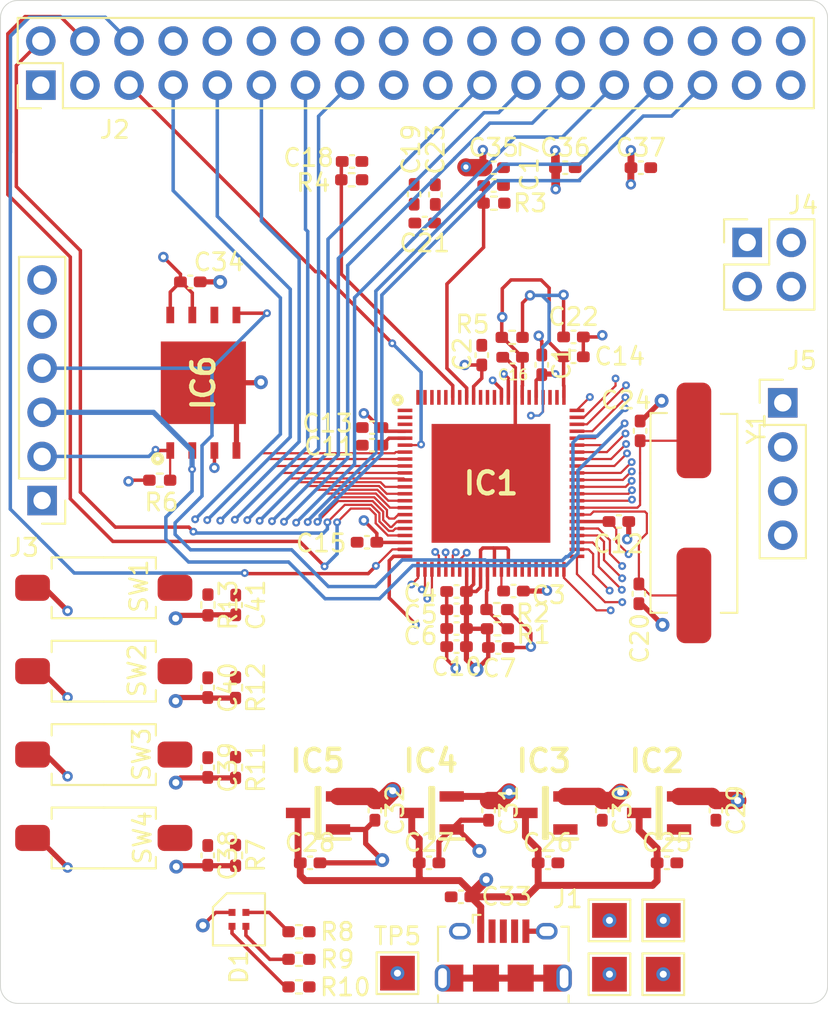
<source format=kicad_pcb>
(kicad_pcb (version 20171130) (host pcbnew "(5.1.7)-1")
  (layers (0 F.Cu signal) (1 In1.Cu power hide) (2 In2.Cu power hide) (31 B.Cu signal) (34 B.Paste user hide) (35 F.Paste user hide) (36 B.SilkS user hide) (37 F.SilkS user) (38 B.Mask user hide) (39 F.Mask user hide) (44 Edge.Cuts user))
  (net 0 "")
  (net 1 GND)
  (net 2 +1V2)
  (net 3 +2V8)
  (net 4 +2V5)
  (net 5 +3V3)
  (net 6 /MPU/VRA1)
  (net 7 /MPU/VRA2)
  (net 8 /MPU/TV_VRP)
  (net 9 /MPU/HOSCI)
  (net 10 /MPU/TV_VRN)
  (net 11 "Net-(C22-Pad1)")
  (net 12 /MPU/HOSCO)
  (net 13 +5V)
  (net 14 DEBUG_SW4)
  (net 15 DEBUG_SW3)
  (net 16 DEBUG_SW2)
  (net 17 DEBUG_SW1)
  (net 18 "Net-(D1-Pad4)")
  (net 19 "Net-(D1-Pad3)")
  (net 20 "Net-(D1-Pad2)")
  (net 21 "Net-(IC1-Pad88)")
  (net 22 "Net-(IC1-Pad87)")
  (net 23 "Net-(IC1-Pad86)")
  (net 24 "Net-(IC1-Pad85)")
  (net 25 "Net-(IC1-Pad84)")
  (net 26 "Net-(IC1-Pad79)")
  (net 27 "Net-(IC1-Pad78)")
  (net 28 "Net-(IC1-Pad77)")
  (net 29 "Net-(IC1-Pad72)")
  (net 30 USB_DP)
  (net 31 USB_DM)
  (net 32 TPX1)
  (net 33 TPX2)
  (net 34 TPY1)
  (net 35 TPY2)
  (net 36 SPI0_MOSI)
  (net 37 SPI0_MISO)
  (net 38 SPI0_CS)
  (net 39 SPI0_CLK)
  (net 40 LCD_D0)
  (net 41 LCD_D1)
  (net 42 LCD_D8)
  (net 43 LCD_D9)
  (net 44 LCD_D16)
  (net 45 LCD_D17)
  (net 46 "Net-(IC1-Pad43)")
  (net 47 "Net-(IC1-Pad42)")
  (net 48 DEBUG_LED1)
  (net 49 DEBUG_LED2)
  (net 50 DEBUG_LED3)
  (net 51 "Net-(IC1-Pad38)")
  (net 52 "Net-(IC1-Pad37)")
  (net 53 "Net-(IC1-Pad33)")
  (net 54 LCD_VSYNC)
  (net 55 LCD_HSYNC)
  (net 56 LCD_DE)
  (net 57 LCD_CLK)
  (net 58 LCD_D23)
  (net 59 LCD_D22)
  (net 60 LCD_D21)
  (net 61 LCD_D20)
  (net 62 LCD_D19)
  (net 63 LCD_D18)
  (net 64 LCD_D15)
  (net 65 LCD_D14)
  (net 66 LCD_D13)
  (net 67 LCD_D12)
  (net 68 LCD_D11)
  (net 69 LCD_D10)
  (net 70 LCD_D7)
  (net 71 LCD_D6)
  (net 72 LCD_D5)
  (net 73 LCD_D4)
  (net 74 LCD_D3)
  (net 75 LCD_D2)
  (net 76 "Net-(IC1-Pad3)")
  (net 77 "Net-(IC1-Pad2)")
  (net 78 "Net-(IC1-Pad1)")
  (net 79 "Net-(J1-Pad4)")
  (net 80 UART0_RX)
  (net 81 UART0_TX)
  (module MountingHole:MountingHole_2.2mm_M2 (layer F.Cu) (at 190.8556 97.62236 90)
    (fp_text reference REF** hide)
    (fp_text value MountingHole_2.2mm_M2)
    (pad 1 np_thru_hole circle (at 0 0 90) (size 2.2 2.2) (drill 2.2) (layers *.Cu *.Mask))
  )
  (module MountingHole:MountingHole_2.2mm_M2 (layer F.Cu) (at 149.41804 97.69348 90)
    (fp_text reference REF** hide)
    (fp_text value MountingHole_2.2mm_M2)
    (pad 1 np_thru_hole circle (at 0 0 90) (size 2.2 2.2) (drill 2.2) (layers *.Cu *.Mask))
  )
  (module MountingHole:MountingHole_2.2mm_M2 (layer F.Cu) (at 149.41804 52.94884 90)
    (fp_text reference REF** hide)
    (fp_text value MountingHole_2.2mm_M2)
    (pad 1 np_thru_hole circle (at 0 0 90) (size 2.2 2.2) (drill 2.2) (layers *.Cu *.Mask))
  )
  (module MountingHole:MountingHole_2.2mm_M2 (layer F.Cu) (at 190.8556 52.87772 90)
    (fp_text reference REF** hide)
    (fp_text value MountingHole_2.2mm_M2)
    (pad 1 np_thru_hole circle (at 0 0 90) (size 2.2 2.2) (drill 2.2) (layers *.Cu *.Mask))
  )
  (module Connector_PinHeader_2.54mm:PinHeader_1x04_P2.54mm_Vertical (layer F.Cu) (at 191.3255 66.2559)
    (fp_text reference J5 (at 1.09474 -2.43078) (layer F.SilkS))
    (fp_text value Conn_01x04)
    (pad 4 thru_hole oval (at 0 7.62) (size 1.7 1.7) (drill 1) (layers *.Cu *.Mask) (net 1 GND))
    (pad 3 thru_hole oval (at 0 5.08) (size 1.7 1.7) (drill 1) (layers *.Cu *.Mask) (net 1 GND))
    (pad 2 thru_hole oval (at 0 2.54) (size 1.7 1.7) (drill 1) (layers *.Cu *.Mask) (net 81 UART0_TX))
    (pad 1 thru_hole rect (at 0 0) (size 1.7 1.7) (drill 1) (layers *.Cu *.Mask) (net 80 UART0_RX))
  )
  (module MCP1703T-2802E_CB:SOT95P255X145-3N (layer F.Cu) (at 184.204426 89.8628 180)
    (fp_text reference IC2 (at 0.127 2.9972 180) (layer F.SilkS) (effects (font (size 1.27 1.27) (thickness 0.254))))
    (fp_text value MCP1703T-2802E_CB hide)
    (pad 3 smd rect (at 1.15 0 270) (size 0.6 1.4) (layers F.Cu F.Paste F.Mask) (net 13 +5V))
    (pad 2 smd rect (at -1.15 0.95 270) (size 0.6 1.4) (layers F.Cu F.Paste F.Mask) (net 2 +1V2))
    (pad 1 smd rect (at -1.15 -0.95 270) (size 0.6 1.4) (layers F.Cu F.Paste F.Mask) (net 1 GND))
  )
  (module MCP1703T-2802E_CB:SOT95P255X145-3N (layer F.Cu) (at 177.658484 89.8628 180)
    (fp_text reference IC3 (at 0.093134 2.9972 180) (layer F.SilkS) (effects (font (size 1.27 1.27) (thickness 0.254))))
    (fp_text value MCP1703T-2802E_CB hide)
    (pad 3 smd rect (at 1.15 0 270) (size 0.6 1.4) (layers F.Cu F.Paste F.Mask) (net 13 +5V))
    (pad 2 smd rect (at -1.15 0.95 270) (size 0.6 1.4) (layers F.Cu F.Paste F.Mask) (net 4 +2V5))
    (pad 1 smd rect (at -1.15 -0.95 270) (size 0.6 1.4) (layers F.Cu F.Paste F.Mask) (net 1 GND))
  )
  (module MCP1703T-2802E_CB:SOT95P255X145-3N (layer F.Cu) (at 171.112542 89.8628 180)
    (fp_text reference IC4 (at 0.059267 2.9972 180) (layer F.SilkS) (effects (font (size 1.27 1.27) (thickness 0.254))))
    (fp_text value MCP1703T-2802E_CB hide)
    (pad 3 smd rect (at 1.15 0 270) (size 0.6 1.4) (layers F.Cu F.Paste F.Mask) (net 13 +5V))
    (pad 2 smd rect (at -1.15 0.95 270) (size 0.6 1.4) (layers F.Cu F.Paste F.Mask) (net 3 +2V8))
    (pad 1 smd rect (at -1.15 -0.95 270) (size 0.6 1.4) (layers F.Cu F.Paste F.Mask) (net 1 GND))
  )
  (module MCP1703T-2802E_CB:SOT95P255X145-3N (layer F.Cu) (at 164.5666 89.8628 180)
    (fp_text reference IC5 (at 0.0254 2.9972 180) (layer F.SilkS) (effects (font (size 1.27 1.27) (thickness 0.254))))
    (fp_text value MCP1703T-2802E_CB hide)
    (pad 3 smd rect (at 1.15 0 270) (size 0.6 1.4) (layers F.Cu F.Paste F.Mask) (net 13 +5V))
    (pad 2 smd rect (at -1.15 0.95 270) (size 0.6 1.4) (layers F.Cu F.Paste F.Mask) (net 5 +3V3))
    (pad 1 smd rect (at -1.15 -0.95 270) (size 0.6 1.4) (layers F.Cu F.Paste F.Mask) (net 1 GND))
  )
  (module Connector_PinHeader_2.54mm:PinHeader_2x02_P2.54mm_Vertical (layer F.Cu) (at 189.27572 57.023)
    (fp_text reference J4 (at 3.21564 -2.14376) (layer F.SilkS))
    (fp_text value Conn_02x02_Odd_Even)
    (pad 4 thru_hole oval (at 2.54 2.54) (size 1.7 1.7) (drill 1) (layers *.Cu *.Mask) (net 33 TPX2))
    (pad 3 thru_hole oval (at 0 2.54) (size 1.7 1.7) (drill 1) (layers *.Cu *.Mask) (net 35 TPY2))
    (pad 2 thru_hole oval (at 2.54 0) (size 1.7 1.7) (drill 1) (layers *.Cu *.Mask) (net 32 TPX1))
    (pad 1 thru_hole rect (at 0 0) (size 1.7 1.7) (drill 1) (layers *.Cu *.Mask) (net 34 TPY1))
  )
  (module Connector_PinHeader_2.54mm:PinHeader_2x18_P2.54mm_Vertical (layer F.Cu) (at 148.60524 47.97044 90)
    (fp_text reference J2 (at -2.56032 4.25704 180) (layer F.SilkS))
    (fp_text value Conn_02x18_Odd_Even)
    (pad 36 thru_hole oval (at 2.54 43.18 90) (size 1.7 1.7) (drill 1) (layers *.Cu *.Mask) (net 1 GND))
    (pad 35 thru_hole oval (at 0 43.18 90) (size 1.7 1.7) (drill 1) (layers *.Cu *.Mask) (net 45 LCD_D17))
    (pad 34 thru_hole oval (at 2.54 40.64 90) (size 1.7 1.7) (drill 1) (layers *.Cu *.Mask) (net 1 GND))
    (pad 33 thru_hole oval (at 0 40.64 90) (size 1.7 1.7) (drill 1) (layers *.Cu *.Mask) (net 44 LCD_D16))
    (pad 32 thru_hole oval (at 2.54 38.1 90) (size 1.7 1.7) (drill 1) (layers *.Cu *.Mask) (net 1 GND))
    (pad 31 thru_hole oval (at 0 38.1 90) (size 1.7 1.7) (drill 1) (layers *.Cu *.Mask) (net 64 LCD_D15))
    (pad 30 thru_hole oval (at 2.54 35.56 90) (size 1.7 1.7) (drill 1) (layers *.Cu *.Mask) (net 3 +2V8))
    (pad 29 thru_hole oval (at 0 35.56 90) (size 1.7 1.7) (drill 1) (layers *.Cu *.Mask) (net 65 LCD_D14))
    (pad 28 thru_hole oval (at 2.54 33.02 90) (size 1.7 1.7) (drill 1) (layers *.Cu *.Mask) (net 3 +2V8))
    (pad 27 thru_hole oval (at 0 33.02 90) (size 1.7 1.7) (drill 1) (layers *.Cu *.Mask) (net 66 LCD_D13))
    (pad 26 thru_hole oval (at 2.54 30.48 90) (size 1.7 1.7) (drill 1) (layers *.Cu *.Mask) (net 5 +3V3))
    (pad 25 thru_hole oval (at 0 30.48 90) (size 1.7 1.7) (drill 1) (layers *.Cu *.Mask) (net 67 LCD_D12))
    (pad 24 thru_hole oval (at 2.54 27.94 90) (size 1.7 1.7) (drill 1) (layers *.Cu *.Mask) (net 5 +3V3))
    (pad 23 thru_hole oval (at 0 27.94 90) (size 1.7 1.7) (drill 1) (layers *.Cu *.Mask) (net 68 LCD_D11))
    (pad 22 thru_hole oval (at 2.54 25.4 90) (size 1.7 1.7) (drill 1) (layers *.Cu *.Mask) (net 13 +5V))
    (pad 21 thru_hole oval (at 0 25.4 90) (size 1.7 1.7) (drill 1) (layers *.Cu *.Mask) (net 69 LCD_D10))
    (pad 20 thru_hole oval (at 2.54 22.86 90) (size 1.7 1.7) (drill 1) (layers *.Cu *.Mask) (net 54 LCD_VSYNC))
    (pad 19 thru_hole oval (at 0 22.86 90) (size 1.7 1.7) (drill 1) (layers *.Cu *.Mask) (net 43 LCD_D9))
    (pad 18 thru_hole oval (at 2.54 20.32 90) (size 1.7 1.7) (drill 1) (layers *.Cu *.Mask) (net 55 LCD_HSYNC))
    (pad 17 thru_hole oval (at 0 20.32 90) (size 1.7 1.7) (drill 1) (layers *.Cu *.Mask) (net 42 LCD_D8))
    (pad 16 thru_hole oval (at 2.54 17.78 90) (size 1.7 1.7) (drill 1) (layers *.Cu *.Mask) (net 56 LCD_DE))
    (pad 15 thru_hole oval (at 0 17.78 90) (size 1.7 1.7) (drill 1) (layers *.Cu *.Mask) (net 70 LCD_D7))
    (pad 14 thru_hole oval (at 2.54 15.24 90) (size 1.7 1.7) (drill 1) (layers *.Cu *.Mask) (net 57 LCD_CLK))
    (pad 13 thru_hole oval (at 0 15.24 90) (size 1.7 1.7) (drill 1) (layers *.Cu *.Mask) (net 71 LCD_D6))
    (pad 12 thru_hole oval (at 2.54 12.7 90) (size 1.7 1.7) (drill 1) (layers *.Cu *.Mask) (net 58 LCD_D23))
    (pad 11 thru_hole oval (at 0 12.7 90) (size 1.7 1.7) (drill 1) (layers *.Cu *.Mask) (net 72 LCD_D5))
    (pad 10 thru_hole oval (at 2.54 10.16 90) (size 1.7 1.7) (drill 1) (layers *.Cu *.Mask) (net 59 LCD_D22))
    (pad 9 thru_hole oval (at 0 10.16 90) (size 1.7 1.7) (drill 1) (layers *.Cu *.Mask) (net 73 LCD_D4))
    (pad 8 thru_hole oval (at 2.54 7.62 90) (size 1.7 1.7) (drill 1) (layers *.Cu *.Mask) (net 60 LCD_D21))
    (pad 7 thru_hole oval (at 0 7.62 90) (size 1.7 1.7) (drill 1) (layers *.Cu *.Mask) (net 74 LCD_D3))
    (pad 6 thru_hole oval (at 2.54 5.08 90) (size 1.7 1.7) (drill 1) (layers *.Cu *.Mask) (net 61 LCD_D20))
    (pad 5 thru_hole oval (at 0 5.08 90) (size 1.7 1.7) (drill 1) (layers *.Cu *.Mask) (net 75 LCD_D2))
    (pad 4 thru_hole oval (at 2.54 2.54 90) (size 1.7 1.7) (drill 1) (layers *.Cu *.Mask) (net 62 LCD_D19))
    (pad 3 thru_hole oval (at 0 2.54 90) (size 1.7 1.7) (drill 1) (layers *.Cu *.Mask) (net 41 LCD_D1))
    (pad 2 thru_hole oval (at 2.54 0 90) (size 1.7 1.7) (drill 1) (layers *.Cu *.Mask) (net 63 LCD_D18))
    (pad 1 thru_hole rect (at 0 0 90) (size 1.7 1.7) (drill 1) (layers *.Cu *.Mask) (net 40 LCD_D0))
  )
  (module Connector_PinHeader_2.54mm:PinHeader_1x06_P2.54mm_Vertical (layer F.Cu) (at 148.6789 71.882 180)
    (fp_text reference J3 (at 1.04394 -2.70764) (layer F.SilkS))
    (fp_text value Conn_01x06)
    (pad 6 thru_hole oval (at 0 12.7 180) (size 1.7 1.7) (drill 1) (layers *.Cu *.Mask) (net 1 GND))
    (pad 5 thru_hole oval (at 0 10.16 180) (size 1.7 1.7) (drill 1) (layers *.Cu *.Mask) (net 1 GND))
    (pad 4 thru_hole oval (at 0 7.62 180) (size 1.7 1.7) (drill 1) (layers *.Cu *.Mask) (net 36 SPI0_MOSI))
    (pad 3 thru_hole oval (at 0 5.08 180) (size 1.7 1.7) (drill 1) (layers *.Cu *.Mask) (net 37 SPI0_MISO))
    (pad 2 thru_hole oval (at 0 2.54 180) (size 1.7 1.7) (drill 1) (layers *.Cu *.Mask) (net 38 SPI0_CS))
    (pad 1 thru_hole rect (at 0 0 180) (size 1.7 1.7) (drill 1) (layers *.Cu *.Mask) (net 39 SPI0_CLK))
  )
  (module f1c100s:CK-SWITCH_G (layer F.Cu) (at 152.228068 91.301867 180)
    (fp_text reference SW4 (at -2.229332 0.014267 90) (layer F.SilkS))
    (fp_text value SW_Push)
    (pad 2 smd roundrect (at 4.1 0 180) (size 2 1.5) (layers F.Cu F.Paste F.Mask) (net 5 +3V3))
    (pad 1 smd roundrect (at -4.1 0 180) (size 2 1.5) (layers F.Cu F.Paste F.Mask) (net 14 DEBUG_SW4))
  )
  (module f1c100s:CK-SWITCH_G (layer F.Cu) (at 152.228068 86.50231 180)
    (fp_text reference SW3 (at -2.178532 0.01531 90) (layer F.SilkS))
    (fp_text value SW_Push)
    (pad 2 smd roundrect (at 4.1 0 180) (size 2 1.5) (layers F.Cu F.Paste F.Mask) (net 5 +3V3))
    (pad 1 smd roundrect (at -4.1 0 180) (size 2 1.5) (layers F.Cu F.Paste F.Mask) (net 15 DEBUG_SW3))
  )
  (module TestPoint:TestPoint_Pad_2.0x2.0mm (layer F.Cu) (at 169.1386 99.0854)
    (fp_text reference TP5 (at 0 -2.1336) (layer F.SilkS))
    (fp_text value TestPoint)
    (pad 1 smd rect (at 0 0) (size 2 2) (layers F.Cu F.Mask) (net 13 +5V))
  )
  (module TestPoint:TestPoint_Pad_2.0x2.0mm (layer F.Cu) (at 181.34584 99.14636)
    (fp_text reference TP4 hide)
    (fp_text value TestPoint)
    (pad 1 smd rect (at 0 0) (size 2 2) (layers F.Cu F.Mask) (net 5 +3V3))
  )
  (module TestPoint:TestPoint_Pad_2.0x2.0mm (layer F.Cu) (at 181.34584 96.04756)
    (fp_text reference TP3 hide)
    (fp_text value TestPoint)
    (pad 1 smd rect (at 0 0) (size 2 2) (layers F.Cu F.Mask) (net 3 +2V8))
  )
  (module TestPoint:TestPoint_Pad_2.0x2.0mm (layer F.Cu) (at 184.44464 96.04756)
    (fp_text reference TP2 hide)
    (fp_text value TestPoint)
    (pad 1 smd rect (at 0 0) (size 2 2) (layers F.Cu F.Mask) (net 4 +2V5))
  )
  (module TestPoint:TestPoint_Pad_2.0x2.0mm (layer F.Cu) (at 184.44464 99.14636)
    (fp_text reference TP1 hide)
    (fp_text value TestPoint)
    (pad 1 smd rect (at 0 0) (size 2 2) (layers F.Cu F.Mask) (net 2 +1V2))
  )
  (module f1c100s:CK-SWITCH_G (layer F.Cu) (at 152.228068 81.702755 180)
    (fp_text reference SW2 (at -1.924532 0.041755 90) (layer F.SilkS))
    (fp_text value SW_Push)
    (pad 2 smd roundrect (at 4.1 0 180) (size 2 1.5) (layers F.Cu F.Paste F.Mask) (net 5 +3V3))
    (pad 1 smd roundrect (at -4.1 0 180) (size 2 1.5) (layers F.Cu F.Paste F.Mask) (net 16 DEBUG_SW2))
  )
  (module f1c100s:CK-SWITCH_G (layer F.Cu) (at 152.228068 76.9032 180)
    (fp_text reference SW1 (at -2.026132 0.0936 90) (layer F.SilkS))
    (fp_text value SW_Push)
    (pad 2 smd roundrect (at 4.1 0 180) (size 2 1.5) (layers F.Cu F.Paste F.Mask) (net 5 +3V3))
    (pad 1 smd roundrect (at -4.1 0 180) (size 2 1.5) (layers F.Cu F.Paste F.Mask) (net 17 DEBUG_SW1))
  )
  (module Connector_USB:USB_Micro-B_Amphenol_10118194_Horizontal (layer F.Cu) (at 175.2346 98.0694)
    (fp_text reference J1 (at 3.7084 -3.2512) (layer F.SilkS))
    (fp_text value USB_B_Micro)
    (pad 6 thru_hole oval (at 3.5 1.3) (size 0.89 1.55) (drill oval 0.5 1.15) (layers *.Cu *.Mask) (net 1 GND))
    (pad 6 thru_hole oval (at -3.5 1.3) (size 0.89 1.55) (drill oval 0.5 1.15) (layers *.Cu *.Mask) (net 1 GND))
    (pad 6 smd rect (at 2.9 1.3) (size 1.2 1.55) (layers F.Cu F.Paste F.Mask) (net 1 GND))
    (pad 6 smd rect (at -2.9 1.3) (size 1.2 1.55) (layers F.Cu F.Paste F.Mask) (net 1 GND))
    (pad 6 smd rect (at 1 1.3) (size 1.5 1.55) (layers F.Cu F.Paste F.Mask) (net 1 GND))
    (pad 6 smd rect (at -1 1.3) (size 1.5 1.55) (layers F.Cu F.Paste F.Mask) (net 1 GND))
    (pad 6 thru_hole oval (at 2.5 -1.4) (size 1.25 0.95) (drill oval 0.85 0.55) (layers *.Cu *.Mask) (net 1 GND))
    (pad 6 thru_hole oval (at -2.5 -1.4) (size 1.25 0.95) (drill oval 0.85 0.55) (layers *.Cu *.Mask) (net 1 GND))
    (pad 5 smd rect (at 1.3 -1.4) (size 0.4 1.35) (layers F.Cu F.Paste F.Mask) (net 1 GND))
    (pad 4 smd rect (at 0.65 -1.4) (size 0.4 1.35) (layers F.Cu F.Paste F.Mask) (net 79 "Net-(J1-Pad4)"))
    (pad 3 smd rect (at 0 -1.4) (size 0.4 1.35) (layers F.Cu F.Paste F.Mask) (net 30 USB_DP))
    (pad 2 smd rect (at -0.65 -1.4) (size 0.4 1.35) (layers F.Cu F.Paste F.Mask) (net 31 USB_DM))
    (pad 1 smd rect (at -1.3 -1.4) (size 0.4 1.35) (layers F.Cu F.Paste F.Mask) (net 13 +5V))
  )
  (module S25FL256SAGNFI001:SON127P800X600X80-9N-D (layer F.Cu) (at 157.9626 65.1002 90)
    (fp_text reference IC6 (at 0 0 90) (layer F.SilkS) (effects (font (size 1.27 1.27) (thickness 0.254))))
    (fp_text value S25FL256SAGNFI001 hide)
    (pad 9 smd rect (at 0 0 90) (size 4.75 4.9) (layers F.Cu F.Paste F.Mask) (net 1 GND))
    (pad 8 smd rect (at 3.9 -1.905 180) (size 0.45 0.95) (layers F.Cu F.Paste F.Mask) (net 5 +3V3))
    (pad 7 smd rect (at 3.9 -0.635 180) (size 0.45 0.95) (layers F.Cu F.Paste F.Mask) (net 5 +3V3))
    (pad 6 smd rect (at 3.9 0.635 180) (size 0.45 0.95) (layers F.Cu F.Paste F.Mask) (net 39 SPI0_CLK))
    (pad 5 smd rect (at 3.9 1.905 180) (size 0.45 0.95) (layers F.Cu F.Paste F.Mask) (net 36 SPI0_MOSI))
    (pad 4 smd rect (at -3.9 1.905 180) (size 0.45 0.95) (layers F.Cu F.Paste F.Mask) (net 1 GND))
    (pad 3 smd rect (at -3.9 0.635 180) (size 0.45 0.95) (layers F.Cu F.Paste F.Mask) (net 5 +3V3))
    (pad 2 smd rect (at -3.9 -0.635 180) (size 0.45 0.95) (layers F.Cu F.Paste F.Mask) (net 37 SPI0_MISO))
    (pad 1 smd rect (at -3.9 -1.905 180) (size 0.45 0.95) (layers F.Cu F.Paste F.Mask) (net 38 SPI0_CS))
  )
  (module F1C100S:QFN40P1000X1000X90-89N-D (layer F.Cu) (at 174.5234 70.8914)
    (fp_text reference IC1 (at 0 0) (layer F.SilkS) (effects (font (size 1.27 1.27) (thickness 0.254))))
    (fp_text value F1C100S hide)
    (pad 89 smd rect (at 0 0) (size 6.84 6.84) (layers F.Cu F.Paste F.Mask) (net 1 GND))
    (pad 88 smd rect (at -4.2 -4.95) (size 0.2 0.85) (layers F.Cu F.Paste F.Mask) (net 21 "Net-(IC1-Pad88)"))
    (pad 87 smd rect (at -3.8 -4.95) (size 0.2 0.85) (layers F.Cu F.Paste F.Mask) (net 22 "Net-(IC1-Pad87)"))
    (pad 86 smd rect (at -3.4 -4.95) (size 0.2 0.85) (layers F.Cu F.Paste F.Mask) (net 23 "Net-(IC1-Pad86)"))
    (pad 85 smd rect (at -3 -4.95) (size 0.2 0.85) (layers F.Cu F.Paste F.Mask) (net 24 "Net-(IC1-Pad85)"))
    (pad 84 smd rect (at -2.6 -4.95) (size 0.2 0.85) (layers F.Cu F.Paste F.Mask) (net 25 "Net-(IC1-Pad84)"))
    (pad 83 smd rect (at -2.2 -4.95) (size 0.2 0.85) (layers F.Cu F.Paste F.Mask) (net 7 /MPU/VRA2))
    (pad 82 smd rect (at -1.8 -4.95) (size 0.2 0.85) (layers F.Cu F.Paste F.Mask) (net 1 GND))
    (pad 81 smd rect (at -1.4 -4.95) (size 0.2 0.85) (layers F.Cu F.Paste F.Mask) (net 6 /MPU/VRA1))
    (pad 80 smd rect (at -1 -4.95) (size 0.2 0.85) (layers F.Cu F.Paste F.Mask) (net 3 +2V8))
    (pad 79 smd rect (at -0.6 -4.95) (size 0.2 0.85) (layers F.Cu F.Paste F.Mask) (net 26 "Net-(IC1-Pad79)"))
    (pad 78 smd rect (at -0.2 -4.95) (size 0.2 0.85) (layers F.Cu F.Paste F.Mask) (net 27 "Net-(IC1-Pad78)"))
    (pad 77 smd rect (at 0.2 -4.95) (size 0.2 0.85) (layers F.Cu F.Paste F.Mask) (net 28 "Net-(IC1-Pad77)"))
    (pad 76 smd rect (at 0.6 -4.95) (size 0.2 0.85) (layers F.Cu F.Paste F.Mask) (net 8 /MPU/TV_VRP))
    (pad 75 smd rect (at 1 -4.95) (size 0.2 0.85) (layers F.Cu F.Paste F.Mask) (net 10 /MPU/TV_VRN))
    (pad 74 smd rect (at 1.4 -4.95) (size 0.2 0.85) (layers F.Cu F.Paste F.Mask) (net 1 GND))
    (pad 73 smd rect (at 1.8 -4.95) (size 0.2 0.85) (layers F.Cu F.Paste F.Mask) (net 5 +3V3))
    (pad 72 smd rect (at 2.2 -4.95) (size 0.2 0.85) (layers F.Cu F.Paste F.Mask) (net 29 "Net-(IC1-Pad72)"))
    (pad 71 smd rect (at 2.6 -4.95) (size 0.2 0.85) (layers F.Cu F.Paste F.Mask) (net 2 +1V2))
    (pad 70 smd rect (at 3 -4.95) (size 0.2 0.85) (layers F.Cu F.Paste F.Mask) (net 11 "Net-(C22-Pad1)"))
    (pad 69 smd rect (at 3.4 -4.95) (size 0.2 0.85) (layers F.Cu F.Paste F.Mask) (net 30 USB_DP))
    (pad 68 smd rect (at 3.8 -4.95) (size 0.2 0.85) (layers F.Cu F.Paste F.Mask) (net 31 USB_DM))
    (pad 67 smd rect (at 4.2 -4.95) (size 0.2 0.85) (layers F.Cu F.Paste F.Mask) (net 5 +3V3))
    (pad 66 smd rect (at 4.95 -4.2 90) (size 0.2 0.85) (layers F.Cu F.Paste F.Mask) (net 32 TPX1))
    (pad 65 smd rect (at 4.95 -3.8 90) (size 0.2 0.85) (layers F.Cu F.Paste F.Mask) (net 33 TPX2))
    (pad 64 smd rect (at 4.95 -3.4 90) (size 0.2 0.85) (layers F.Cu F.Paste F.Mask) (net 34 TPY1))
    (pad 63 smd rect (at 4.95 -3 90) (size 0.2 0.85) (layers F.Cu F.Paste F.Mask) (net 35 TPY2))
    (pad 62 smd rect (at 4.95 -2.6 90) (size 0.2 0.85) (layers F.Cu F.Paste F.Mask) (net 36 SPI0_MOSI))
    (pad 61 smd rect (at 4.95 -2.2 90) (size 0.2 0.85) (layers F.Cu F.Paste F.Mask) (net 37 SPI0_MISO))
    (pad 60 smd rect (at 4.95 -1.8 90) (size 0.2 0.85) (layers F.Cu F.Paste F.Mask) (net 38 SPI0_CS))
    (pad 59 smd rect (at 4.95 -1.4 90) (size 0.2 0.85) (layers F.Cu F.Paste F.Mask) (net 39 SPI0_CLK))
    (pad 58 smd rect (at 4.95 -1 90) (size 0.2 0.85) (layers F.Cu F.Paste F.Mask) (net 17 DEBUG_SW1))
    (pad 57 smd rect (at 4.95 -0.6 90) (size 0.2 0.85) (layers F.Cu F.Paste F.Mask) (net 16 DEBUG_SW2))
    (pad 56 smd rect (at 4.95 -0.2 90) (size 0.2 0.85) (layers F.Cu F.Paste F.Mask) (net 80 UART0_RX))
    (pad 55 smd rect (at 4.95 0.2 90) (size 0.2 0.85) (layers F.Cu F.Paste F.Mask) (net 15 DEBUG_SW3))
    (pad 54 smd rect (at 4.95 0.6 90) (size 0.2 0.85) (layers F.Cu F.Paste F.Mask) (net 81 UART0_TX))
    (pad 53 smd rect (at 4.95 1 90) (size 0.2 0.85) (layers F.Cu F.Paste F.Mask) (net 14 DEBUG_SW4))
    (pad 52 smd rect (at 4.95 1.4 90) (size 0.2 0.85) (layers F.Cu F.Paste F.Mask) (net 12 /MPU/HOSCO))
    (pad 51 smd rect (at 4.95 1.8 90) (size 0.2 0.85) (layers F.Cu F.Paste F.Mask) (net 9 /MPU/HOSCI))
    (pad 50 smd rect (at 4.95 2.2 90) (size 0.2 0.85) (layers F.Cu F.Paste F.Mask) (net 5 +3V3))
    (pad 49 smd rect (at 4.95 2.6 90) (size 0.2 0.85) (layers F.Cu F.Paste F.Mask) (net 40 LCD_D0))
    (pad 48 smd rect (at 4.95 3 90) (size 0.2 0.85) (layers F.Cu F.Paste F.Mask) (net 41 LCD_D1))
    (pad 47 smd rect (at 4.95 3.4 90) (size 0.2 0.85) (layers F.Cu F.Paste F.Mask) (net 42 LCD_D8))
    (pad 46 smd rect (at 4.95 3.8 90) (size 0.2 0.85) (layers F.Cu F.Paste F.Mask) (net 43 LCD_D9))
    (pad 45 smd rect (at 4.95 4.2 90) (size 0.2 0.85) (layers F.Cu F.Paste F.Mask) (net 44 LCD_D16))
    (pad 44 smd rect (at 4.2 4.95) (size 0.2 0.85) (layers F.Cu F.Paste F.Mask) (net 45 LCD_D17))
    (pad 43 smd rect (at 3.8 4.95) (size 0.2 0.85) (layers F.Cu F.Paste F.Mask) (net 46 "Net-(IC1-Pad43)"))
    (pad 42 smd rect (at 3.4 4.95) (size 0.2 0.85) (layers F.Cu F.Paste F.Mask) (net 47 "Net-(IC1-Pad42)"))
    (pad 41 smd rect (at 3 4.95) (size 0.2 0.85) (layers F.Cu F.Paste F.Mask) (net 48 DEBUG_LED1))
    (pad 40 smd rect (at 2.6 4.95) (size 0.2 0.85) (layers F.Cu F.Paste F.Mask) (net 49 DEBUG_LED2))
    (pad 39 smd rect (at 2.2 4.95) (size 0.2 0.85) (layers F.Cu F.Paste F.Mask) (net 50 DEBUG_LED3))
    (pad 38 smd rect (at 1.8 4.95) (size 0.2 0.85) (layers F.Cu F.Paste F.Mask) (net 51 "Net-(IC1-Pad38)"))
    (pad 37 smd rect (at 1.4 4.95) (size 0.2 0.85) (layers F.Cu F.Paste F.Mask) (net 52 "Net-(IC1-Pad37)"))
    (pad 36 smd rect (at 1 4.95) (size 0.2 0.85) (layers F.Cu F.Paste F.Mask) (net 4 +2V5))
    (pad 35 smd rect (at 0.6 4.95) (size 0.2 0.85) (layers F.Cu F.Paste F.Mask) (net 2 +1V2))
    (pad 34 smd rect (at 0.2 4.95) (size 0.2 0.85) (layers F.Cu F.Paste F.Mask) (net 4 +2V5))
    (pad 33 smd rect (at -0.2 4.95) (size 0.2 0.85) (layers F.Cu F.Paste F.Mask) (net 53 "Net-(IC1-Pad33)"))
    (pad 32 smd rect (at -0.6 4.95) (size 0.2 0.85) (layers F.Cu F.Paste F.Mask) (net 4 +2V5))
    (pad 31 smd rect (at -1 4.95) (size 0.2 0.85) (layers F.Cu F.Paste F.Mask) (net 4 +2V5))
    (pad 30 smd rect (at -1.4 4.95) (size 0.2 0.85) (layers F.Cu F.Paste F.Mask) (net 4 +2V5))
    (pad 29 smd rect (at -1.8 4.95) (size 0.2 0.85) (layers F.Cu F.Paste F.Mask) (net 54 LCD_VSYNC))
    (pad 28 smd rect (at -2.2 4.95) (size 0.2 0.85) (layers F.Cu F.Paste F.Mask) (net 55 LCD_HSYNC))
    (pad 27 smd rect (at -2.6 4.95) (size 0.2 0.85) (layers F.Cu F.Paste F.Mask) (net 56 LCD_DE))
    (pad 26 smd rect (at -3 4.95) (size 0.2 0.85) (layers F.Cu F.Paste F.Mask) (net 57 LCD_CLK))
    (pad 25 smd rect (at -3.4 4.95) (size 0.2 0.85) (layers F.Cu F.Paste F.Mask) (net 58 LCD_D23))
    (pad 24 smd rect (at -3.8 4.95) (size 0.2 0.85) (layers F.Cu F.Paste F.Mask) (net 59 LCD_D22))
    (pad 23 smd rect (at -4.2 4.95) (size 0.2 0.85) (layers F.Cu F.Paste F.Mask) (net 60 LCD_D21))
    (pad 22 smd rect (at -4.95 4.2 90) (size 0.2 0.85) (layers F.Cu F.Paste F.Mask) (net 2 +1V2))
    (pad 21 smd rect (at -4.95 3.8 90) (size 0.2 0.85) (layers F.Cu F.Paste F.Mask) (net 61 LCD_D20))
    (pad 20 smd rect (at -4.95 3.4 90) (size 0.2 0.85) (layers F.Cu F.Paste F.Mask) (net 5 +3V3))
    (pad 19 smd rect (at -4.95 3 90) (size 0.2 0.85) (layers F.Cu F.Paste F.Mask) (net 62 LCD_D19))
    (pad 18 smd rect (at -4.95 2.6 90) (size 0.2 0.85) (layers F.Cu F.Paste F.Mask) (net 63 LCD_D18))
    (pad 17 smd rect (at -4.95 2.2 90) (size 0.2 0.85) (layers F.Cu F.Paste F.Mask) (net 64 LCD_D15))
    (pad 16 smd rect (at -4.95 1.8 90) (size 0.2 0.85) (layers F.Cu F.Paste F.Mask) (net 65 LCD_D14))
    (pad 15 smd rect (at -4.95 1.4 90) (size 0.2 0.85) (layers F.Cu F.Paste F.Mask) (net 66 LCD_D13))
    (pad 14 smd rect (at -4.95 1 90) (size 0.2 0.85) (layers F.Cu F.Paste F.Mask) (net 67 LCD_D12))
    (pad 13 smd rect (at -4.95 0.6 90) (size 0.2 0.85) (layers F.Cu F.Paste F.Mask) (net 68 LCD_D11))
    (pad 12 smd rect (at -4.95 0.2 90) (size 0.2 0.85) (layers F.Cu F.Paste F.Mask) (net 69 LCD_D10))
    (pad 11 smd rect (at -4.95 -0.2 90) (size 0.2 0.85) (layers F.Cu F.Paste F.Mask) (net 70 LCD_D7))
    (pad 10 smd rect (at -4.95 -0.6 90) (size 0.2 0.85) (layers F.Cu F.Paste F.Mask) (net 71 LCD_D6))
    (pad 9 smd rect (at -4.95 -1 90) (size 0.2 0.85) (layers F.Cu F.Paste F.Mask) (net 72 LCD_D5))
    (pad 8 smd rect (at -4.95 -1.4 90) (size 0.2 0.85) (layers F.Cu F.Paste F.Mask) (net 73 LCD_D4))
    (pad 7 smd rect (at -4.95 -1.8 90) (size 0.2 0.85) (layers F.Cu F.Paste F.Mask) (net 74 LCD_D3))
    (pad 6 smd rect (at -4.95 -2.2 90) (size 0.2 0.85) (layers F.Cu F.Paste F.Mask) (net 75 LCD_D2))
    (pad 5 smd rect (at -4.95 -2.6 90) (size 0.2 0.85) (layers F.Cu F.Paste F.Mask) (net 5 +3V3))
    (pad 4 smd rect (at -4.95 -3 90) (size 0.2 0.85) (layers F.Cu F.Paste F.Mask) (net 5 +3V3))
    (pad 3 smd rect (at -4.95 -3.4 90) (size 0.2 0.85) (layers F.Cu F.Paste F.Mask) (net 76 "Net-(IC1-Pad3)"))
    (pad 2 smd rect (at -4.95 -3.8 90) (size 0.2 0.85) (layers F.Cu F.Paste F.Mask) (net 77 "Net-(IC1-Pad2)"))
    (pad 1 smd rect (at -4.95 -4.2 90) (size 0.2 0.85) (layers F.Cu F.Paste F.Mask) (net 78 "Net-(IC1-Pad1)"))
  )
  (module f1c100s:SOIC-4 (layer F.Cu) (at 160.01238 95.98914 270)
    (fp_text reference D1 (at 2.7432 0 270) (layer F.SilkS))
    (fp_text value LED_ARGB)
    (pad 4 smd rect (at 0.4 0.4 270) (size 0.4 0.4) (layers F.Cu F.Paste F.Mask) (net 18 "Net-(D1-Pad4)"))
    (pad 3 smd rect (at 0.4 -0.4 270) (size 0.4 0.4) (layers F.Cu F.Paste F.Mask) (net 19 "Net-(D1-Pad3)"))
    (pad 1 smd rect (at -0.4 0.4 270) (size 0.4 0.4) (layers F.Cu F.Paste F.Mask) (net 5 +3V3))
    (pad 2 smd rect (at -0.4 -0.4 270) (size 0.4 0.4) (layers F.Cu F.Paste F.Mask) (net 20 "Net-(D1-Pad2)"))
  )
  (module f1c100s:LFXTAL036533 (layer F.Cu) (at 186.2074 72.5932 90)
    (fp_text reference Y1 (at 4.85 3.6 90) (layer F.SilkS))
    (fp_text value Crystal)
    (pad 2 smd roundrect (at 4.75 0 90) (size 5.5 2) (layers F.Cu F.Paste F.Mask) (net 12 /MPU/HOSCO))
    (pad 1 smd roundrect (at -4.75 0 90) (size 5.5 2) (layers F.Cu F.Paste F.Mask) (net 9 /MPU/HOSCI))
  )
  (module Capacitor_SMD:C_0402_1005Metric_Pad0.74x0.62mm_HandSolder (layer F.Cu) (at 177.44948 64.06896 90)
    (fp_text reference C1 (at 0.1016 1.143 270) (layer F.SilkS))
    (fp_text value 100n)
    (pad 1 smd roundrect (at -0.5675 0 90) (size 0.735 0.62) (layers F.Cu F.Paste F.Mask) (net 2 +1V2))
    (pad 2 smd roundrect (at 0.5675 0 90) (size 0.735 0.62) (layers F.Cu F.Paste F.Mask) (net 1 GND))
  )
  (module Capacitor_SMD:C_0402_1005Metric_Pad0.74x0.62mm_HandSolder (layer F.Cu) (at 173.99508 63.51016 90)
    (fp_text reference C2 (at 0.05588 -1.1176 90) (layer F.SilkS))
    (fp_text value 100n)
    (pad 2 smd roundrect (at 0.5675 0 90) (size 0.735 0.62) (layers F.Cu F.Paste F.Mask) (net 1 GND))
    (pad 1 smd roundrect (at -0.5675 0 90) (size 0.735 0.62) (layers F.Cu F.Paste F.Mask) (net 3 +2V8))
  )
  (module Capacitor_SMD:C_0402_1005Metric_Pad0.74x0.62mm_HandSolder (layer F.Cu) (at 175.8188 77.089)
    (fp_text reference C3 (at 2.032 0.2286) (layer F.SilkS))
    (fp_text value 100n)
    (pad 2 smd roundrect (at 0.5675 0) (size 0.735 0.62) (layers F.Cu F.Paste F.Mask) (net 1 GND))
    (pad 1 smd roundrect (at -0.5675 0) (size 0.735 0.62) (layers F.Cu F.Paste F.Mask) (net 2 +1V2))
  )
  (module Capacitor_SMD:C_0402_1005Metric_Pad0.74x0.62mm_HandSolder (layer F.Cu) (at 172.5422 77.1144 180)
    (fp_text reference C4 (at 2.0828 -0.1016) (layer F.SilkS))
    (fp_text value 100n)
    (pad 1 smd roundrect (at -0.5675 0 180) (size 0.735 0.62) (layers F.Cu F.Paste F.Mask) (net 4 +2V5))
    (pad 2 smd roundrect (at 0.5675 0 180) (size 0.735 0.62) (layers F.Cu F.Paste F.Mask) (net 1 GND))
  )
  (module Capacitor_SMD:C_0402_1005Metric_Pad0.74x0.62mm_HandSolder (layer F.Cu) (at 172.5422 78.1685 180)
    (fp_text reference C5 (at 2.0701 -0.2667) (layer F.SilkS))
    (fp_text value 100n)
    (pad 2 smd roundrect (at 0.5675 0 180) (size 0.735 0.62) (layers F.Cu F.Paste F.Mask) (net 1 GND))
    (pad 1 smd roundrect (at -0.5675 0 180) (size 0.735 0.62) (layers F.Cu F.Paste F.Mask) (net 4 +2V5))
  )
  (module Capacitor_SMD:C_0402_1005Metric_Pad0.74x0.62mm_HandSolder (layer F.Cu) (at 172.5422 79.248 180)
    (fp_text reference C6 (at 2.0828 -0.4191) (layer F.SilkS))
    (fp_text value 100n)
    (pad 2 smd roundrect (at 0.5675 0 180) (size 0.735 0.62) (layers F.Cu F.Paste F.Mask) (net 1 GND))
    (pad 1 smd roundrect (at -0.5675 0 180) (size 0.735 0.62) (layers F.Cu F.Paste F.Mask) (net 4 +2V5))
  )
  (module Capacitor_SMD:C_0402_1005Metric_Pad0.74x0.62mm_HandSolder (layer F.Cu) (at 174.9425 80.3402)
    (fp_text reference C7 (at 0.0635 1.1938) (layer F.SilkS))
    (fp_text value 100n)
    (pad 1 smd roundrect (at -0.5675 0) (size 0.735 0.62) (layers F.Cu F.Paste F.Mask) (net 4 +2V5))
    (pad 2 smd roundrect (at 0.5675 0) (size 0.735 0.62) (layers F.Cu F.Paste F.Mask) (net 1 GND))
  )
  (module Capacitor_SMD:C_0402_1005Metric_Pad0.74x0.62mm_HandSolder (layer F.Cu) (at 172.5422 80.2894 180)
    (fp_text reference C10 (at 0 -1.16) (layer F.SilkS))
    (fp_text value 100n)
    (pad 2 smd roundrect (at 0.5675 0 180) (size 0.735 0.62) (layers F.Cu F.Paste F.Mask) (net 1 GND))
    (pad 1 smd roundrect (at -0.5675 0 180) (size 0.735 0.62) (layers F.Cu F.Paste F.Mask) (net 4 +2V5))
  )
  (module Capacitor_SMD:C_0402_1005Metric_Pad0.74x0.62mm_HandSolder (layer F.Cu) (at 167.6781 68.6943 180)
    (fp_text reference C11 (at 2.4638 -0.0762) (layer F.SilkS))
    (fp_text value 100n)
    (pad 1 smd roundrect (at -0.5675 0 180) (size 0.735 0.62) (layers F.Cu F.Paste F.Mask) (net 5 +3V3))
    (pad 2 smd roundrect (at 0.5675 0 180) (size 0.735 0.62) (layers F.Cu F.Paste F.Mask) (net 1 GND))
  )
  (module Capacitor_SMD:C_0402_1005Metric_Pad0.74x0.62mm_HandSolder (layer F.Cu) (at 181.8894 73.0885)
    (fp_text reference C12 (at -0.0254 1.2954) (layer F.SilkS))
    (fp_text value 100n)
    (pad 2 smd roundrect (at 0.5675 0) (size 0.735 0.62) (layers F.Cu F.Paste F.Mask) (net 1 GND))
    (pad 1 smd roundrect (at -0.5675 0) (size 0.735 0.62) (layers F.Cu F.Paste F.Mask) (net 5 +3V3))
  )
  (module Capacitor_SMD:C_0402_1005Metric_Pad0.74x0.62mm_HandSolder (layer F.Cu) (at 167.6781 67.6783 180)
    (fp_text reference C13 (at 2.5654 0.2413) (layer F.SilkS))
    (fp_text value 100n)
    (pad 2 smd roundrect (at 0.5675 0 180) (size 0.735 0.62) (layers F.Cu F.Paste F.Mask) (net 1 GND))
    (pad 1 smd roundrect (at -0.5675 0 180) (size 0.735 0.62) (layers F.Cu F.Paste F.Mask) (net 5 +3V3))
  )
  (module Capacitor_SMD:C_0402_1005Metric_Pad0.74x0.62mm_HandSolder (layer F.Cu) (at 179.2732 63.60668)
    (fp_text reference C14 (at 2.667 -0.0254) (layer F.SilkS))
    (fp_text value 100n)
    (pad 1 smd roundrect (at -0.5675 0) (size 0.735 0.62) (layers F.Cu F.Paste F.Mask) (net 5 +3V3))
    (pad 2 smd roundrect (at 0.5675 0) (size 0.735 0.62) (layers F.Cu F.Paste F.Mask) (net 1 GND))
  )
  (module Capacitor_SMD:C_0402_1005Metric_Pad0.74x0.62mm_HandSolder (layer F.Cu) (at 167.38346 74.27976 180)
    (fp_text reference C15 (at 2.63652 -0.05588) (layer F.SilkS))
    (fp_text value 100n)
    (pad 1 smd roundrect (at -0.5675 0 180) (size 0.735 0.62) (layers F.Cu F.Paste F.Mask) (net 5 +3V3))
    (pad 2 smd roundrect (at 0.5675 0 180) (size 0.735 0.62) (layers F.Cu F.Paste F.Mask) (net 1 GND))
  )
  (module Capacitor_SMD:C_0402_1005Metric_Pad0.74x0.62mm_HandSolder (layer F.Cu) (at 175.768 63.63208 180)
    (fp_text reference C16 (at -0.03048 -1.01092) (layer F.SilkS) (effects (font (size 0.6 0.6) (thickness 0.1))))
    (fp_text value 100n)
    (pad 2 smd roundrect (at 0.5675 0 180) (size 0.735 0.62) (layers F.Cu F.Paste F.Mask) (net 1 GND))
    (pad 1 smd roundrect (at -0.5675 0 180) (size 0.735 0.62) (layers F.Cu F.Paste F.Mask) (net 5 +3V3))
  )
  (module Capacitor_SMD:C_0402_1005Metric_Pad0.74x0.62mm_HandSolder (layer F.Cu) (at 174.67612 53.7464)
    (fp_text reference C17 (at 2.06216 -1.1176 90) (layer F.SilkS))
    (fp_text value 1u)
    (pad 1 smd roundrect (at -0.5675 0) (size 0.735 0.62) (layers F.Cu F.Paste F.Mask) (net 6 /MPU/VRA1))
    (pad 2 smd roundrect (at 0.5675 0) (size 0.735 0.62) (layers F.Cu F.Paste F.Mask) (net 1 GND))
  )
  (module Capacitor_SMD:C_0402_1005Metric_Pad0.74x0.62mm_HandSolder (layer F.Cu) (at 166.52462 52.3621)
    (fp_text reference C18 (at -2.5019 -0.2159) (layer F.SilkS))
    (fp_text value 1u)
    (pad 2 smd roundrect (at 0.5675 0) (size 0.735 0.62) (layers F.Cu F.Paste F.Mask) (net 1 GND))
    (pad 1 smd roundrect (at -0.5675 0) (size 0.735 0.62) (layers F.Cu F.Paste F.Mask) (net 7 /MPU/VRA2))
  )
  (module Capacitor_SMD:C_0402_1005Metric_Pad0.74x0.62mm_HandSolder (layer F.Cu) (at 170.09872 54.2544 270)
    (fp_text reference C19 (at -2.5908 0.1778 90) (layer F.SilkS))
    (fp_text value 10u)
    (pad 1 smd roundrect (at -0.5675 0 270) (size 0.735 0.62) (layers F.Cu F.Paste F.Mask) (net 1 GND))
    (pad 2 smd roundrect (at 0.5675 0 270) (size 0.735 0.62) (layers F.Cu F.Paste F.Mask) (net 8 /MPU/TV_VRP))
  )
  (module Capacitor_SMD:C_0402_1005Metric_Pad0.74x0.62mm_HandSolder (layer F.Cu) (at 183.04 77.25 270)
    (fp_text reference C20 (at 2.5654 -0.0508 90) (layer F.SilkS))
    (fp_text value 2p)
    (pad 1 smd roundrect (at -0.5675 0 270) (size 0.735 0.62) (layers F.Cu F.Paste F.Mask) (net 9 /MPU/HOSCI))
    (pad 2 smd roundrect (at 0.5675 0 270) (size 0.735 0.62) (layers F.Cu F.Paste F.Mask) (net 1 GND))
  )
  (module Capacitor_SMD:C_0402_1005Metric_Pad0.74x0.62mm_HandSolder (layer F.Cu) (at 170.70832 55.9054 180)
    (fp_text reference C21 (at 0 -1.16) (layer F.SilkS))
    (fp_text value 10u)
    (pad 2 smd roundrect (at 0.5675 0 180) (size 0.735 0.62) (layers F.Cu F.Paste F.Mask) (net 8 /MPU/TV_VRP))
    (pad 1 smd roundrect (at -0.5675 0 180) (size 0.735 0.62) (layers F.Cu F.Paste F.Mask) (net 10 /MPU/TV_VRN))
  )
  (module Capacitor_SMD:C_0402_1005Metric_Pad0.74x0.62mm_HandSolder (layer F.Cu) (at 179.2732 62.46368)
    (fp_text reference C22 (at 0 -1.16) (layer F.SilkS))
    (fp_text value 100n)
    (pad 1 smd roundrect (at -0.5675 0) (size 0.735 0.62) (layers F.Cu F.Paste F.Mask) (net 11 "Net-(C22-Pad1)"))
    (pad 2 smd roundrect (at 0.5675 0) (size 0.735 0.62) (layers F.Cu F.Paste F.Mask) (net 1 GND))
  )
  (module Capacitor_SMD:C_0402_1005Metric_Pad0.74x0.62mm_HandSolder (layer F.Cu) (at 171.31792 54.2671 270)
    (fp_text reference C23 (at -2.6035 -0.0127 90) (layer F.SilkS))
    (fp_text value 10u)
    (pad 2 smd roundrect (at 0.5675 0 270) (size 0.735 0.62) (layers F.Cu F.Paste F.Mask) (net 10 /MPU/TV_VRN))
    (pad 1 smd roundrect (at -0.5675 0 270) (size 0.735 0.62) (layers F.Cu F.Paste F.Mask) (net 1 GND))
  )
  (module Capacitor_SMD:C_0402_1005Metric_Pad0.74x0.62mm_HandSolder (layer F.Cu) (at 183.11 67.87 90)
    (fp_text reference C24 (at 1.76276 -0.80772 180) (layer F.SilkS))
    (fp_text value 2p)
    (pad 2 smd roundrect (at 0.5675 0 90) (size 0.735 0.62) (layers F.Cu F.Paste F.Mask) (net 1 GND))
    (pad 1 smd roundrect (at -0.5675 0 90) (size 0.735 0.62) (layers F.Cu F.Paste F.Mask) (net 12 /MPU/HOSCO))
  )
  (module Capacitor_SMD:C_0402_1005Metric_Pad0.74x0.62mm_HandSolder (layer F.Cu) (at 184.658 92.7354)
    (fp_text reference C25 (at 0 -1.16) (layer F.SilkS))
    (fp_text value 1u)
    (pad 2 smd roundrect (at 0.5675 0) (size 0.735 0.62) (layers F.Cu F.Paste F.Mask) (net 1 GND))
    (pad 1 smd roundrect (at -0.5675 0) (size 0.735 0.62) (layers F.Cu F.Paste F.Mask) (net 13 +5V))
  )
  (module Capacitor_SMD:C_0402_1005Metric_Pad0.74x0.62mm_HandSolder (layer F.Cu) (at 177.808466 92.7354)
    (fp_text reference C26 (at 0 -1.16) (layer F.SilkS))
    (fp_text value 1u)
    (pad 1 smd roundrect (at -0.5675 0) (size 0.735 0.62) (layers F.Cu F.Paste F.Mask) (net 13 +5V))
    (pad 2 smd roundrect (at 0.5675 0) (size 0.735 0.62) (layers F.Cu F.Paste F.Mask) (net 1 GND))
  )
  (module Capacitor_SMD:C_0402_1005Metric_Pad0.74x0.62mm_HandSolder (layer F.Cu) (at 170.958933 92.7354)
    (fp_text reference C27 (at 0 -1.16) (layer F.SilkS))
    (fp_text value 1u)
    (pad 2 smd roundrect (at 0.5675 0) (size 0.735 0.62) (layers F.Cu F.Paste F.Mask) (net 1 GND))
    (pad 1 smd roundrect (at -0.5675 0) (size 0.735 0.62) (layers F.Cu F.Paste F.Mask) (net 13 +5V))
  )
  (module Capacitor_SMD:C_0402_1005Metric_Pad0.74x0.62mm_HandSolder (layer F.Cu) (at 164.1094 92.7354)
    (fp_text reference C28 (at 0 -1.16) (layer F.SilkS))
    (fp_text value 1u)
    (pad 1 smd roundrect (at -0.5675 0) (size 0.735 0.62) (layers F.Cu F.Paste F.Mask) (net 13 +5V))
    (pad 2 smd roundrect (at 0.5675 0) (size 0.735 0.62) (layers F.Cu F.Paste F.Mask) (net 1 GND))
  )
  (module Capacitor_SMD:C_0402_1005Metric_Pad0.74x0.62mm_HandSolder (layer F.Cu) (at 187.4774 89.7128 270)
    (fp_text reference C29 (at 0 -1.16 90) (layer F.SilkS))
    (fp_text value 1u)
    (pad 1 smd roundrect (at -0.5675 0 270) (size 0.735 0.62) (layers F.Cu F.Paste F.Mask) (net 2 +1V2))
    (pad 2 smd roundrect (at 0.5675 0 270) (size 0.735 0.62) (layers F.Cu F.Paste F.Mask) (net 1 GND))
  )
  (module Capacitor_SMD:C_0402_1005Metric_Pad0.74x0.62mm_HandSolder (layer F.Cu) (at 180.931455 89.7128 270)
    (fp_text reference C30 (at 0 -1.16 90) (layer F.SilkS))
    (fp_text value 1u)
    (pad 2 smd roundrect (at 0.5675 0 270) (size 0.735 0.62) (layers F.Cu F.Paste F.Mask) (net 1 GND))
    (pad 1 smd roundrect (at -0.5675 0 270) (size 0.735 0.62) (layers F.Cu F.Paste F.Mask) (net 4 +2V5))
  )
  (module Capacitor_SMD:C_0402_1005Metric_Pad0.74x0.62mm_HandSolder (layer F.Cu) (at 174.385513 89.7128 270)
    (fp_text reference C31 (at 0 -1.16 90) (layer F.SilkS))
    (fp_text value 1u)
    (pad 1 smd roundrect (at -0.5675 0 270) (size 0.735 0.62) (layers F.Cu F.Paste F.Mask) (net 3 +2V8))
    (pad 2 smd roundrect (at 0.5675 0 270) (size 0.735 0.62) (layers F.Cu F.Paste F.Mask) (net 1 GND))
  )
  (module Capacitor_SMD:C_0402_1005Metric_Pad0.74x0.62mm_HandSolder (layer F.Cu) (at 167.839571 89.7128 270)
    (fp_text reference C32 (at 0 -1.16 90) (layer F.SilkS))
    (fp_text value 1u)
    (pad 2 smd roundrect (at 0.5675 0 270) (size 0.735 0.62) (layers F.Cu F.Paste F.Mask) (net 1 GND))
    (pad 1 smd roundrect (at -0.5675 0 270) (size 0.735 0.62) (layers F.Cu F.Paste F.Mask) (net 5 +3V3))
  )
  (module Capacitor_SMD:C_0402_1005Metric_Pad0.74x0.62mm_HandSolder (layer F.Cu) (at 172.7962 94.6912 180)
    (fp_text reference C33 (at -2.6289 0.0127) (layer F.SilkS))
    (fp_text value 10u)
    (pad 2 smd roundrect (at 0.5675 0 180) (size 0.735 0.62) (layers F.Cu F.Paste F.Mask) (net 1 GND))
    (pad 1 smd roundrect (at -0.5675 0 180) (size 0.735 0.62) (layers F.Cu F.Paste F.Mask) (net 13 +5V))
  )
  (module Capacitor_SMD:C_0402_1005Metric_Pad0.74x0.62mm_HandSolder (layer F.Cu) (at 157.21076 59.29376)
    (fp_text reference C34 (at 1.651 -1.13792) (layer F.SilkS))
    (fp_text value 100n)
    (pad 1 smd roundrect (at -0.5675 0) (size 0.735 0.62) (layers F.Cu F.Paste F.Mask) (net 5 +3V3))
    (pad 2 smd roundrect (at 0.5675 0) (size 0.735 0.62) (layers F.Cu F.Paste F.Mask) (net 1 GND))
  )
  (module Capacitor_SMD:C_0402_1005Metric_Pad0.74x0.62mm_HandSolder (layer F.Cu) (at 174.6758 52.72024)
    (fp_text reference C35 (at 0 -1.16) (layer F.SilkS))
    (fp_text value 1u)
    (pad 2 smd roundrect (at 0.5675 0) (size 0.735 0.62) (layers F.Cu F.Paste F.Mask) (net 1 GND))
    (pad 1 smd roundrect (at -0.5675 0) (size 0.735 0.62) (layers F.Cu F.Paste F.Mask) (net 13 +5V))
  )
  (module Capacitor_SMD:C_0402_1005Metric_Pad0.74x0.62mm_HandSolder (layer F.Cu) (at 178.80332 52.72024)
    (fp_text reference C36 (at 0 -1.16) (layer F.SilkS))
    (fp_text value 1u)
    (pad 1 smd roundrect (at -0.5675 0) (size 0.735 0.62) (layers F.Cu F.Paste F.Mask) (net 5 +3V3))
    (pad 2 smd roundrect (at 0.5675 0) (size 0.735 0.62) (layers F.Cu F.Paste F.Mask) (net 1 GND))
  )
  (module Capacitor_SMD:C_0402_1005Metric_Pad0.74x0.62mm_HandSolder (layer F.Cu) (at 183.15332 52.72024)
    (fp_text reference C37 (at 0 -1.16) (layer F.SilkS))
    (fp_text value 1u)
    (pad 2 smd roundrect (at 0.5675 0) (size 0.735 0.62) (layers F.Cu F.Paste F.Mask) (net 1 GND))
    (pad 1 smd roundrect (at -0.5675 0) (size 0.735 0.62) (layers F.Cu F.Paste F.Mask) (net 3 +2V8))
  )
  (module Capacitor_SMD:C_0402_1005Metric_Pad0.74x0.62mm_HandSolder (layer F.Cu) (at 158.2166 92.3036 270)
    (fp_text reference C38 (at 0 -1.16 90) (layer F.SilkS))
    (fp_text value 100n)
    (pad 1 smd roundrect (at -0.5675 0 270) (size 0.735 0.62) (layers F.Cu F.Paste F.Mask) (net 14 DEBUG_SW4))
    (pad 2 smd roundrect (at 0.5675 0 270) (size 0.735 0.62) (layers F.Cu F.Paste F.Mask) (net 1 GND))
  )
  (module Capacitor_SMD:C_0402_1005Metric_Pad0.74x0.62mm_HandSolder (layer F.Cu) (at 158.2166 87.249 270)
    (fp_text reference C39 (at 0 -1.16 90) (layer F.SilkS))
    (fp_text value 100n)
    (pad 1 smd roundrect (at -0.5675 0 270) (size 0.735 0.62) (layers F.Cu F.Paste F.Mask) (net 15 DEBUG_SW3))
    (pad 2 smd roundrect (at 0.5675 0 270) (size 0.735 0.62) (layers F.Cu F.Paste F.Mask) (net 1 GND))
  )
  (module Capacitor_SMD:C_0402_1005Metric_Pad0.74x0.62mm_HandSolder (layer F.Cu) (at 158.2166 82.6516 270)
    (fp_text reference C40 (at 0 -1.16 90) (layer F.SilkS))
    (fp_text value 100n)
    (pad 2 smd roundrect (at 0.5675 0 270) (size 0.735 0.62) (layers F.Cu F.Paste F.Mask) (net 1 GND))
    (pad 1 smd roundrect (at -0.5675 0 270) (size 0.735 0.62) (layers F.Cu F.Paste F.Mask) (net 16 DEBUG_SW2))
  )
  (module Capacitor_SMD:C_0402_1005Metric_Pad0.74x0.62mm_HandSolder (layer F.Cu) (at 159.82696 77.89164 270)
    (fp_text reference C41 (at 0 -1.16 90) (layer F.SilkS))
    (fp_text value 100n)
    (pad 1 smd roundrect (at -0.5675 0 270) (size 0.735 0.62) (layers F.Cu F.Paste F.Mask) (net 17 DEBUG_SW1))
    (pad 2 smd roundrect (at 0.5675 0 270) (size 0.735 0.62) (layers F.Cu F.Paste F.Mask) (net 1 GND))
  )
  (module Resistor_SMD:R_0402_1005Metric_Pad0.72x0.64mm_HandSolder (layer F.Cu) (at 174.8917 79.2607)
    (fp_text reference R1 (at 2.0828 0.3429) (layer F.SilkS))
    (fp_text value 4k7)
    (pad 1 smd roundrect (at -0.5975 0) (size 0.715 0.64) (layers F.Cu F.Paste F.Mask) (net 4 +2V5))
    (pad 2 smd roundrect (at 0.5975 0) (size 0.715 0.64) (layers F.Cu F.Paste F.Mask) (net 53 "Net-(IC1-Pad33)"))
  )
  (module Resistor_SMD:R_0402_1005Metric_Pad0.72x0.64mm_HandSolder (layer F.Cu) (at 174.8663 78.1558)
    (fp_text reference R2 (at 2.0701 0.2159) (layer F.SilkS))
    (fp_text value 4k7)
    (pad 2 smd roundrect (at 0.5975 0) (size 0.715 0.64) (layers F.Cu F.Paste F.Mask) (net 1 GND))
    (pad 1 smd roundrect (at -0.5975 0) (size 0.715 0.64) (layers F.Cu F.Paste F.Mask) (net 53 "Net-(IC1-Pad33)"))
  )
  (module Resistor_SMD:R_0402_1005Metric_Pad0.72x0.64mm_HandSolder (layer F.Cu) (at 174.69612 54.7624)
    (fp_text reference R3 (at 2.0828 0) (layer F.SilkS))
    (fp_text value 200k)
    (pad 2 smd roundrect (at 0.5975 0) (size 0.715 0.64) (layers F.Cu F.Paste F.Mask) (net 1 GND))
    (pad 1 smd roundrect (at -0.5975 0) (size 0.715 0.64) (layers F.Cu F.Paste F.Mask) (net 6 /MPU/VRA1))
  )
  (module Resistor_SMD:R_0402_1005Metric_Pad0.72x0.64mm_HandSolder (layer F.Cu) (at 166.50462 53.4162)
    (fp_text reference R4 (at -2.2098 0.1778) (layer F.SilkS))
    (fp_text value 200k)
    (pad 1 smd roundrect (at -0.5975 0) (size 0.715 0.64) (layers F.Cu F.Paste F.Mask) (net 7 /MPU/VRA2))
    (pad 2 smd roundrect (at 0.5975 0) (size 0.715 0.64) (layers F.Cu F.Paste F.Mask) (net 1 GND))
  )
  (module Resistor_SMD:R_0402_1005Metric_Pad0.72x0.64mm_HandSolder (layer F.Cu) (at 175.7426 62.48908)
    (fp_text reference R5 (at -2.286 -0.75184) (layer F.SilkS))
    (fp_text value 47k)
    (pad 1 smd roundrect (at -0.5975 0) (size 0.715 0.64) (layers F.Cu F.Paste F.Mask) (net 5 +3V3))
    (pad 2 smd roundrect (at 0.5975 0) (size 0.715 0.64) (layers F.Cu F.Paste F.Mask) (net 11 "Net-(C22-Pad1)"))
  )
  (module Resistor_SMD:R_0402_1005Metric_Pad0.72x0.64mm_HandSolder (layer F.Cu) (at 155.45308 70.70852)
    (fp_text reference R6 (at 0.1016 1.27508) (layer F.SilkS))
    (fp_text value 4k7)
    (pad 1 smd roundrect (at -0.5975 0) (size 0.715 0.64) (layers F.Cu F.Paste F.Mask) (net 5 +3V3))
    (pad 2 smd roundrect (at 0.5975 0) (size 0.715 0.64) (layers F.Cu F.Paste F.Mask) (net 38 SPI0_CS))
  )
  (module Resistor_SMD:R_0402_1005Metric_Pad0.72x0.64mm_HandSolder (layer F.Cu) (at 159.8168 92.3036 270)
    (fp_text reference R7 (at 0 -1.17 90) (layer F.SilkS))
    (fp_text value 4k7)
    (pad 2 smd roundrect (at 0.5975 0 270) (size 0.715 0.64) (layers F.Cu F.Paste F.Mask) (net 1 GND))
    (pad 1 smd roundrect (at -0.5975 0 270) (size 0.715 0.64) (layers F.Cu F.Paste F.Mask) (net 14 DEBUG_SW4))
  )
  (module Resistor_SMD:R_0402_1005Metric_Pad0.72x0.64mm_HandSolder (layer F.Cu) (at 163.46678 96.70034)
    (fp_text reference R8 (at 2.2098 0) (layer F.SilkS))
    (fp_text value 660R)
    (pad 1 smd roundrect (at -0.5975 0) (size 0.715 0.64) (layers F.Cu F.Paste F.Mask) (net 20 "Net-(D1-Pad2)"))
    (pad 2 smd roundrect (at 0.5975 0) (size 0.715 0.64) (layers F.Cu F.Paste F.Mask) (net 48 DEBUG_LED1))
  )
  (module Resistor_SMD:R_0402_1005Metric_Pad0.72x0.64mm_HandSolder (layer F.Cu) (at 163.46678 98.28784)
    (fp_text reference R9 (at 2.2098 0) (layer F.SilkS))
    (fp_text value 660R)
    (pad 2 smd roundrect (at 0.5975 0) (size 0.715 0.64) (layers F.Cu F.Paste F.Mask) (net 49 DEBUG_LED2))
    (pad 1 smd roundrect (at -0.5975 0) (size 0.715 0.64) (layers F.Cu F.Paste F.Mask) (net 19 "Net-(D1-Pad3)"))
  )
  (module Resistor_SMD:R_0402_1005Metric_Pad0.72x0.64mm_HandSolder (layer F.Cu) (at 163.46678 99.87534)
    (fp_text reference R10 (at 2.667 0.0127) (layer F.SilkS))
    (fp_text value 660R)
    (pad 2 smd roundrect (at 0.5975 0) (size 0.715 0.64) (layers F.Cu F.Paste F.Mask) (net 50 DEBUG_LED3))
    (pad 1 smd roundrect (at -0.5975 0) (size 0.715 0.64) (layers F.Cu F.Paste F.Mask) (net 18 "Net-(D1-Pad4)"))
  )
  (module Resistor_SMD:R_0402_1005Metric_Pad0.72x0.64mm_HandSolder (layer F.Cu) (at 159.8168 87.249 270)
    (fp_text reference R11 (at 0 -1.17 90) (layer F.SilkS))
    (fp_text value 4k7)
    (pad 1 smd roundrect (at -0.5975 0 270) (size 0.715 0.64) (layers F.Cu F.Paste F.Mask) (net 15 DEBUG_SW3))
    (pad 2 smd roundrect (at 0.5975 0 270) (size 0.715 0.64) (layers F.Cu F.Paste F.Mask) (net 1 GND))
  )
  (module Resistor_SMD:R_0402_1005Metric_Pad0.72x0.64mm_HandSolder (layer F.Cu) (at 159.8168 82.6516 270)
    (fp_text reference R12 (at 0 -1.17 90) (layer F.SilkS))
    (fp_text value 4k7)
    (pad 2 smd roundrect (at 0.5975 0 270) (size 0.715 0.64) (layers F.Cu F.Paste F.Mask) (net 1 GND))
    (pad 1 smd roundrect (at -0.5975 0 270) (size 0.715 0.64) (layers F.Cu F.Paste F.Mask) (net 16 DEBUG_SW2))
  )
  (module Resistor_SMD:R_0402_1005Metric_Pad0.72x0.64mm_HandSolder (layer F.Cu) (at 158.22676 77.89164 270)
    (fp_text reference R13 (at 0 -1.17 90) (layer F.SilkS))
    (fp_text value 4k7)
    (pad 1 smd roundrect (at -0.5975 0 270) (size 0.715 0.64) (layers F.Cu F.Paste F.Mask) (net 17 DEBUG_SW1))
    (pad 2 smd roundrect (at 0.5975 0 270) (size 0.715 0.64) (layers F.Cu F.Paste F.Mask) (net 1 GND))
  )
  (gr_arc (start 192.905059 99.821679) (end 192.905059 100.8253) (angle -90) (layer Edge.Cuts) (width 0.05))
  (gr_line (start 147.28444 43.093319) (end 192.902519 43.093319) (layer Edge.Cuts) (width 0.05))
  (gr_arc (start 192.902519 44.09694) (end 193.90614 44.09694) (angle -90) (layer Edge.Cuts) (width 0.05))
  (gr_line (start 193.90868 99.821679) (end 193.90614 44.09694) (layer Edge.Cuts) (width 0.05))
  (gr_arc (start 147.282221 99.821679) (end 146.2786 99.821679) (angle -90) (layer Edge.Cuts) (width 0.05))
  (gr_line (start 192.905059 100.8253) (end 147.282221 100.8253) (layer Edge.Cuts) (width 0.05))
  (gr_line (start 146.280819 44.09694) (end 146.2786 99.821679) (layer Edge.Cuts) (width 0.05))
  (gr_arc (start 147.28444 44.09694) (end 147.28444 43.093319) (angle -90) (layer Edge.Cuts) (width 0.05))
  (segment (start 172.3346 99.3694) (end 178.7346 99.3694) (width 0.4) (layer F.Cu) (net 1))
  (segment (start 177.7346 96.6694) (end 176.5346 96.6694) (width 0.3) (layer F.Cu) (net 1))
  (segment (start 172.795042 90.2803) (end 172.262542 90.8128) (width 0.3) (layer F.Cu) (net 1))
  (segment (start 174.385513 90.2803) (end 172.795042 90.2803) (width 0.3) (layer F.Cu) (net 1))
  (segment (start 172.262542 90.8128) (end 172.2296 90.8128) (width 0.3) (layer F.Cu) (net 1))
  (segment (start 171.526433 91.515967) (end 171.526433 92.7354) (width 0.3) (layer F.Cu) (net 1))
  (segment (start 172.2296 90.8128) (end 171.526433 91.515967) (width 0.3) (layer F.Cu) (net 1))
  (segment (start 172.262542 90.8128) (end 172.62112 90.8128) (width 0.3) (layer F.Cu) (net 1))
  (segment (start 172.62112 90.8128) (end 173.85792 92.0496) (width 0.3) (layer F.Cu) (net 1))
  (via (at 173.85792 92.0496) (size 0.8) (drill 0.4) (layers F.Cu B.Cu) (net 1))
  (segment (start 167.307071 90.8128) (end 167.839571 90.2803) (width 0.3) (layer F.Cu) (net 1))
  (segment (start 165.7166 90.8128) (end 167.307071 90.8128) (width 0.3) (layer F.Cu) (net 1))
  (via (at 168.25976 92.57792) (size 0.8) (drill 0.4) (layers F.Cu B.Cu) (net 1))
  (segment (start 167.307071 91.625231) (end 168.25976 92.57792) (width 0.3) (layer F.Cu) (net 1))
  (segment (start 167.307071 90.8128) (end 167.307071 91.625231) (width 0.3) (layer F.Cu) (net 1))
  (segment (start 168.10228 92.7354) (end 168.25976 92.57792) (width 0.3) (layer F.Cu) (net 1))
  (segment (start 164.6769 92.7354) (end 168.10228 92.7354) (width 0.3) (layer F.Cu) (net 1))
  (segment (start 158.25676 78.45914) (end 158.22676 78.48914) (width 0.3) (layer F.Cu) (net 1))
  (segment (start 159.82696 78.45914) (end 158.25676 78.45914) (width 0.3) (layer F.Cu) (net 1))
  (via (at 156.36748 78.65872) (size 0.8) (drill 0.4) (layers F.Cu B.Cu) (net 1))
  (segment (start 156.53706 78.48914) (end 156.36748 78.65872) (width 0.3) (layer F.Cu) (net 1))
  (segment (start 158.22676 78.48914) (end 156.53706 78.48914) (width 0.3) (layer F.Cu) (net 1))
  (segment (start 158.2466 83.2491) (end 158.2166 83.2191) (width 0.3) (layer F.Cu) (net 1))
  (segment (start 159.8168 83.2491) (end 158.2466 83.2491) (width 0.3) (layer F.Cu) (net 1))
  (segment (start 156.56706 83.2191) (end 156.36748 83.41868) (width 0.3) (layer F.Cu) (net 1))
  (via (at 156.36748 83.41868) (size 0.8) (drill 0.4) (layers F.Cu B.Cu) (net 1))
  (segment (start 158.2166 83.2191) (end 156.56706 83.2191) (width 0.3) (layer F.Cu) (net 1))
  (via (at 156.37764 88.11768) (size 0.8) (drill 0.4) (layers F.Cu B.Cu) (net 1))
  (segment (start 156.64882 87.8465) (end 156.37764 88.11768) (width 0.3) (layer F.Cu) (net 1))
  (segment (start 159.8168 87.8465) (end 156.64882 87.8465) (width 0.3) (layer F.Cu) (net 1))
  (segment (start 156.45578 92.9011) (end 156.40304 92.95384) (width 0.3) (layer F.Cu) (net 1))
  (via (at 156.40304 92.95384) (size 0.8) (drill 0.4) (layers F.Cu B.Cu) (net 1))
  (segment (start 159.8168 92.9011) (end 156.45578 92.9011) (width 0.3) (layer F.Cu) (net 1))
  (segment (start 159.8676 67.0052) (end 157.9626 65.1002) (width 0.3) (layer F.Cu) (net 1))
  (segment (start 159.8676 69.0002) (end 159.8676 67.0052) (width 0.3) (layer F.Cu) (net 1))
  (segment (start 161.24428 65.1002) (end 161.27476 65.06972) (width 0.3) (layer F.Cu) (net 1))
  (via (at 161.27476 65.06972) (size 0.8) (drill 0.4) (layers F.Cu B.Cu) (net 1))
  (segment (start 157.9626 65.1002) (end 161.24428 65.1002) (width 0.3) (layer F.Cu) (net 1))
  (via (at 158.9278 59.29884) (size 0.8) (drill 0.4) (layers F.Cu B.Cu) (net 1))
  (segment (start 158.92272 59.29376) (end 158.9278 59.29884) (width 0.3) (layer F.Cu) (net 1))
  (segment (start 157.77826 59.29376) (end 158.92272 59.29376) (width 0.3) (layer F.Cu) (net 1))
  (via (at 184.39892 79.03464) (size 0.8) (drill 0.4) (layers F.Cu B.Cu) (net 1))
  (segment (start 183.18178 77.8175) (end 184.39892 79.03464) (width 0.3) (layer F.Cu) (net 1))
  (segment (start 183.04 77.8175) (end 183.18178 77.8175) (width 0.3) (layer F.Cu) (net 1))
  (via (at 184.34812 66.13652) (size 0.8) (drill 0.4) (layers F.Cu B.Cu) (net 1))
  (segment (start 183.18214 67.3025) (end 184.34812 66.13652) (width 0.3) (layer F.Cu) (net 1))
  (segment (start 183.11 67.3025) (end 183.18214 67.3025) (width 0.3) (layer F.Cu) (net 1))
  (via (at 182.36692 74.10704) (size 0.6) (drill 0.3) (layers F.Cu B.Cu) (net 1))
  (segment (start 182.4569 74.01706) (end 182.36692 74.10704) (width 0.3) (layer F.Cu) (net 1))
  (segment (start 182.4569 73.0885) (end 182.4569 74.01706) (width 0.3) (layer F.Cu) (net 1))
  (via (at 177.74412 77.0636) (size 0.6) (drill 0.3) (layers F.Cu B.Cu) (net 1))
  (segment (start 177.71872 77.089) (end 177.74412 77.0636) (width 0.3) (layer F.Cu) (net 1))
  (segment (start 176.3863 77.089) (end 177.71872 77.089) (width 0.3) (layer F.Cu) (net 1))
  (via (at 176.81956 80.2894) (size 0.6) (drill 0.3) (layers F.Cu B.Cu) (net 1))
  (segment (start 176.81956 79.51156) (end 176.81956 80.2894) (width 0.2) (layer F.Cu) (net 1))
  (segment (start 175.4638 78.1558) (end 176.81956 79.51156) (width 0.2) (layer F.Cu) (net 1))
  (segment (start 176.76876 80.3402) (end 176.81956 80.2894) (width 0.2) (layer F.Cu) (net 1))
  (segment (start 175.51 80.3402) (end 176.76876 80.3402) (width 0.2) (layer F.Cu) (net 1))
  (segment (start 171.9747 77.1144) (end 171.9747 80.2894) (width 0.2) (layer F.Cu) (net 1))
  (via (at 172.4914 81.534) (size 0.6) (drill 0.3) (layers F.Cu B.Cu) (net 1))
  (segment (start 171.9747 81.0173) (end 172.4914 81.534) (width 0.2) (layer F.Cu) (net 1))
  (segment (start 171.9747 80.2894) (end 171.9747 81.0173) (width 0.2) (layer F.Cu) (net 1))
  (segment (start 175.324516 63.63208) (end 175.2005 63.63208) (width 0.2) (layer F.Cu) (net 1))
  (segment (start 175.9234 64.230964) (end 175.324516 63.63208) (width 0.2) (layer F.Cu) (net 1))
  (segment (start 175.9234 65.9414) (end 175.9234 64.230964) (width 0.2) (layer F.Cu) (net 1))
  (segment (start 175.9234 69.4914) (end 174.5234 70.8914) (width 0.2) (layer F.Cu) (net 1))
  (segment (start 175.9234 65.9414) (end 175.9234 69.4914) (width 0.2) (layer F.Cu) (net 1))
  (segment (start 179.8407 62.46368) (end 179.8407 63.60668) (width 0.2) (layer F.Cu) (net 1))
  (via (at 180.93436 62.36716) (size 0.6) (drill 0.3) (layers F.Cu B.Cu) (net 1))
  (segment (start 180.83784 62.46368) (end 180.93436 62.36716) (width 0.2) (layer F.Cu) (net 1))
  (segment (start 179.8407 62.46368) (end 180.83784 62.46368) (width 0.2) (layer F.Cu) (net 1))
  (segment (start 177.44948 63.50146) (end 177.44948 62.865) (width 0.2) (layer F.Cu) (net 1))
  (via (at 177.273275 62.394155) (size 0.6) (drill 0.3) (layers F.Cu B.Cu) (net 1))
  (segment (start 177.273275 62.532711) (end 177.273275 62.394155) (width 0.2) (layer F.Cu) (net 1))
  (segment (start 177.44948 62.708916) (end 177.273275 62.532711) (width 0.2) (layer F.Cu) (net 1))
  (segment (start 177.44948 62.865) (end 177.44948 62.708916) (width 0.2) (layer F.Cu) (net 1))
  (segment (start 187.2449 88.9128) (end 187.4774 89.1453) (width 1) (layer F.Cu) (net 2))
  (segment (start 185.354426 88.9128) (end 187.2449 88.9128) (width 1) (layer F.Cu) (net 2))
  (segment (start 188.72854 89.1453) (end 188.73216 89.14892) (width 1) (layer F.Cu) (net 2))
  (segment (start 187.4774 89.1453) (end 188.72854 89.1453) (width 1) (layer F.Cu) (net 2))
  (via (at 188.73216 89.14892) (size 0.8) (drill 0.4) (layers F.Cu B.Cu) (net 2))
  (segment (start 175.1234 76.9611) (end 175.2513 77.089) (width 0.127) (layer F.Cu) (net 2))
  (segment (start 175.1234 75.8414) (end 175.1234 76.9611) (width 0.127) (layer F.Cu) (net 2))
  (segment (start 177.1234 64.96254) (end 177.1234 65.9414) (width 0.2) (layer F.Cu) (net 2))
  (segment (start 177.44948 64.63646) (end 177.1234 64.96254) (width 0.2) (layer F.Cu) (net 2))
  (via (at 184.44464 99.14636) (size 0.8) (drill 0.4) (layers F.Cu B.Cu) (net 2))
  (via (at 178.23688 64.59728) (size 0.45) (drill 0.2) (layers F.Cu B.Cu) (net 2))
  (segment (start 177.48866 64.59728) (end 177.44948 64.63646) (width 0.3) (layer F.Cu) (net 2))
  (segment (start 178.23688 64.59728) (end 177.48866 64.59728) (width 0.3) (layer F.Cu) (net 2))
  (via (at 170.2054 79.02956) (size 0.45) (drill 0.2) (layers F.Cu B.Cu) (net 2))
  (segment (start 170.2054 79.02956) (end 168.66616 77.49032) (width 0.2) (layer F.Cu) (net 2))
  (segment (start 168.66616 77.49032) (end 168.66616 75.34148) (width 0.2) (layer F.Cu) (net 2))
  (segment (start 168.91624 75.0914) (end 169.5734 75.0914) (width 0.2) (layer F.Cu) (net 2))
  (segment (start 168.66616 75.34148) (end 168.91624 75.0914) (width 0.2) (layer F.Cu) (net 2))
  (segment (start 174.153013 88.9128) (end 174.385513 89.1453) (width 0.4) (layer F.Cu) (net 3))
  (segment (start 172.262542 88.9128) (end 174.153013 88.9128) (width 0.4) (layer F.Cu) (net 3))
  (via (at 175.5648 88.65616) (size 0.8) (drill 0.4) (layers F.Cu B.Cu) (net 3))
  (segment (start 174.385513 89.1453) (end 175.07566 89.1453) (width 1) (layer F.Cu) (net 3))
  (segment (start 175.07566 89.1453) (end 175.5648 88.65616) (width 1) (layer F.Cu) (net 3))
  (segment (start 173.01318 64.07766) (end 173.0121 64.07658) (width 0.2) (layer F.Cu) (net 3))
  (via (at 173.0121 64.07658) (size 0.6) (drill 0.3) (layers F.Cu B.Cu) (net 3))
  (segment (start 173.99508 64.07766) (end 173.01318 64.07766) (width 0.2) (layer F.Cu) (net 3))
  (segment (start 173.5234 65.9414) (end 173.5234 65.3128) (width 0.2) (layer F.Cu) (net 3))
  (segment (start 173.99508 64.84112) (end 173.99508 64.07766) (width 0.2) (layer F.Cu) (net 3))
  (segment (start 173.5234 65.3128) (end 173.99508 64.84112) (width 0.2) (layer F.Cu) (net 3))
  (via (at 182.57774 53.67782) (size 0.6) (drill 0.3) (layers F.Cu B.Cu) (net 3))
  (segment (start 182.57774 52.72832) (end 182.58582 52.72024) (width 0.4) (layer F.Cu) (net 3))
  (segment (start 182.57774 53.67782) (end 182.57774 52.72832) (width 0.4) (layer F.Cu) (net 3))
  (segment (start 182.58582 51.72502) (end 182.57774 51.71694) (width 0.4) (layer F.Cu) (net 3))
  (via (at 182.57774 51.71694) (size 0.6) (drill 0.3) (layers F.Cu B.Cu) (net 3))
  (segment (start 182.58582 52.72024) (end 182.58582 51.72502) (width 0.4) (layer F.Cu) (net 3))
  (via (at 181.34584 96.04756) (size 0.8) (drill 0.4) (layers F.Cu B.Cu) (net 3))
  (segment (start 180.698955 88.9128) (end 180.931455 89.1453) (width 1) (layer F.Cu) (net 4))
  (segment (start 178.808484 88.9128) (end 180.698955 88.9128) (width 1) (layer F.Cu) (net 4))
  (via (at 181.98592 88.6714) (size 0.8) (drill 0.4) (layers F.Cu B.Cu) (net 4))
  (segment (start 181.51202 89.1453) (end 181.98592 88.6714) (width 1) (layer F.Cu) (net 4))
  (segment (start 180.931455 89.1453) (end 181.51202 89.1453) (width 1) (layer F.Cu) (net 4))
  (via (at 173.69536 81.6102) (size 0.8) (drill 0.4) (layers F.Cu B.Cu) (net 4))
  (segment (start 173.1097 81.02454) (end 173.69536 81.6102) (width 0.3) (layer F.Cu) (net 4))
  (segment (start 173.1097 80.2894) (end 173.1097 81.02454) (width 0.3) (layer F.Cu) (net 4))
  (segment (start 173.1097 80.2894) (end 173.1097 77.1144) (width 0.3) (layer F.Cu) (net 4))
  (segment (start 173.1234 77.1007) (end 173.1234 75.8414) (width 0.2) (layer F.Cu) (net 4))
  (segment (start 173.1097 77.1144) (end 173.1234 77.1007) (width 0.2) (layer F.Cu) (net 4))
  (segment (start 173.5234 76.7007) (end 173.5234 75.8414) (width 0.2) (layer F.Cu) (net 4))
  (segment (start 173.1097 77.1144) (end 173.5234 76.7007) (width 0.2) (layer F.Cu) (net 4))
  (segment (start 173.1097 77.1144) (end 173.67504 77.1144) (width 0.2) (layer F.Cu) (net 4))
  (segment (start 173.9234 76.86604) (end 173.9234 75.8414) (width 0.2) (layer F.Cu) (net 4))
  (segment (start 173.67504 77.1144) (end 173.9234 76.86604) (width 0.2) (layer F.Cu) (net 4))
  (segment (start 173.69536 81.6102) (end 174.36592 80.93964) (width 0.25) (layer F.Cu) (net 4))
  (segment (start 174.36592 79.33242) (end 174.2942 79.2607) (width 0.25) (layer F.Cu) (net 4))
  (segment (start 174.36592 80.93964) (end 174.36592 79.33242) (width 0.25) (layer F.Cu) (net 4))
  (segment (start 173.1224 79.2607) (end 173.1097 79.248) (width 0.25) (layer F.Cu) (net 4))
  (segment (start 174.2942 79.2607) (end 173.1224 79.2607) (width 0.25) (layer F.Cu) (net 4))
  (segment (start 173.923399 75.176399) (end 173.92396 75.175838) (width 0.2) (layer F.Cu) (net 4))
  (segment (start 173.9234 75.8414) (end 173.923399 75.176399) (width 0.2) (layer F.Cu) (net 4))
  (segment (start 173.923399 74.742601) (end 174.054599 74.611401) (width 0.2) (layer F.Cu) (net 4))
  (segment (start 173.923399 75.176399) (end 173.923399 74.742601) (width 0.2) (layer F.Cu) (net 4))
  (segment (start 175.52416 75.311) (end 175.5234 75.31176) (width 0.2) (layer F.Cu) (net 4))
  (segment (start 175.5234 75.31176) (end 175.5234 75.8414) (width 0.2) (layer F.Cu) (net 4))
  (segment (start 175.52416 74.71664) (end 175.52416 75.311) (width 0.2) (layer F.Cu) (net 4))
  (segment (start 175.418921 74.611401) (end 175.52416 74.71664) (width 0.2) (layer F.Cu) (net 4))
  (segment (start 174.7234 74.6728) (end 174.662001 74.611401) (width 0.2) (layer F.Cu) (net 4))
  (segment (start 174.7234 75.8414) (end 174.7234 74.6728) (width 0.2) (layer F.Cu) (net 4))
  (segment (start 174.662001 74.611401) (end 175.418921 74.611401) (width 0.2) (layer F.Cu) (net 4))
  (segment (start 174.054599 74.611401) (end 174.662001 74.611401) (width 0.2) (layer F.Cu) (net 4))
  (via (at 184.44464 96.04756) (size 0.8) (drill 0.4) (layers F.Cu B.Cu) (net 4))
  (segment (start 167.607071 88.9128) (end 167.839571 89.1453) (width 1) (layer F.Cu) (net 5))
  (segment (start 165.7166 88.9128) (end 167.607071 88.9128) (width 1) (layer F.Cu) (net 5))
  (via (at 168.86428 88.58504) (size 0.8) (drill 0.4) (layers F.Cu B.Cu) (net 5))
  (via (at 157.93212 96.33712) (size 0.8) (drill 0.4) (layers F.Cu B.Cu) (net 5))
  (segment (start 167.839571 89.1453) (end 168.30402 89.1453) (width 1) (layer F.Cu) (net 5))
  (segment (start 168.30402 89.1453) (end 168.86428 88.58504) (width 1) (layer F.Cu) (net 5))
  (segment (start 167.9626 74.2914) (end 169.5734 74.2914) (width 0.2) (layer F.Cu) (net 5))
  (segment (start 167.95096 74.27976) (end 167.9626 74.2914) (width 0.2) (layer F.Cu) (net 5))
  (via (at 167.20312 73.025) (size 0.6) (drill 0.3) (layers F.Cu B.Cu) (net 5))
  (segment (start 167.95096 73.77284) (end 167.20312 73.025) (width 0.2) (layer F.Cu) (net 5))
  (segment (start 167.95096 74.27976) (end 167.95096 73.77284) (width 0.2) (layer F.Cu) (net 5))
  (segment (start 168.458701 67.891401) (end 169.5734 67.891401) (width 0.2) (layer F.Cu) (net 5))
  (segment (start 168.2456 67.6783) (end 168.458701 67.891401) (width 0.2) (layer F.Cu) (net 5))
  (segment (start 168.648501 68.291399) (end 169.5734 68.291399) (width 0.2) (layer F.Cu) (net 5))
  (segment (start 168.2456 68.6943) (end 168.648501 68.291399) (width 0.2) (layer F.Cu) (net 5))
  (via (at 167.20312 66.86296) (size 0.6) (drill 0.3) (layers F.Cu B.Cu) (net 5))
  (segment (start 167.306244 66.86296) (end 167.20312 66.86296) (width 0.2) (layer F.Cu) (net 5))
  (segment (start 168.2456 67.802316) (end 167.306244 66.86296) (width 0.2) (layer F.Cu) (net 5))
  (segment (start 168.2456 68.6943) (end 168.2456 67.802316) (width 0.2) (layer F.Cu) (net 5))
  (via (at 175.17364 61.32068) (size 0.6) (drill 0.3) (layers F.Cu B.Cu) (net 5))
  (segment (start 175.1451 62.48908) (end 175.1451 61.34922) (width 0.2) (layer F.Cu) (net 5))
  (segment (start 175.1451 61.34922) (end 175.17364 61.32068) (width 0.2) (layer F.Cu) (net 5))
  (segment (start 175.1925 62.48908) (end 176.3355 63.63208) (width 0.2) (layer F.Cu) (net 5))
  (segment (start 175.1451 62.48908) (end 175.1925 62.48908) (width 0.2) (layer F.Cu) (net 5))
  (segment (start 176.3355 63.63208) (end 176.3355 63.604456) (width 0.2) (layer F.Cu) (net 5))
  (segment (start 178.565684 63.60668) (end 178.7057 63.60668) (width 0.2) (layer F.Cu) (net 5))
  (segment (start 176.3234 65.276398) (end 176.3234 65.9414) (width 0.2) (layer F.Cu) (net 5))
  (segment (start 176.3355 65.264298) (end 176.3234 65.276398) (width 0.2) (layer F.Cu) (net 5))
  (segment (start 176.3355 63.63208) (end 176.3355 65.264298) (width 0.2) (layer F.Cu) (net 5))
  (segment (start 178.7234 65.276398) (end 178.7234 65.9414) (width 0.2) (layer F.Cu) (net 5))
  (segment (start 178.7057 65.258698) (end 178.7234 65.276398) (width 0.2) (layer F.Cu) (net 5))
  (segment (start 178.7057 63.60668) (end 178.7057 65.258698) (width 0.2) (layer F.Cu) (net 5))
  (via (at 153.65476 70.77456) (size 0.6) (drill 0.3) (layers F.Cu B.Cu) (net 5))
  (segment (start 153.7208 70.70852) (end 153.65476 70.77456) (width 0.2) (layer F.Cu) (net 5))
  (segment (start 154.85558 70.70852) (end 153.7208 70.70852) (width 0.2) (layer F.Cu) (net 5))
  (via (at 158.60014 69.99478) (size 0.6) (drill 0.3) (layers F.Cu B.Cu) (net 5))
  (segment (start 158.60014 69.00274) (end 158.5976 69.0002) (width 0.2) (layer F.Cu) (net 5))
  (segment (start 158.60014 69.99478) (end 158.60014 69.00274) (width 0.2) (layer F.Cu) (net 5))
  (via (at 155.66009 57.86247) (size 0.6) (drill 0.3) (layers F.Cu B.Cu) (net 5))
  (segment (start 156.64326 58.84564) (end 155.66009 57.86247) (width 0.2) (layer F.Cu) (net 5))
  (segment (start 156.64326 59.29376) (end 156.64326 58.84564) (width 0.2) (layer F.Cu) (net 5))
  (segment (start 156.0576 59.87942) (end 156.64326 59.29376) (width 0.2) (layer F.Cu) (net 5))
  (segment (start 156.0576 61.2002) (end 156.0576 59.87942) (width 0.2) (layer F.Cu) (net 5))
  (segment (start 157.3276 61.2002) (end 157.3276 59.93384) (width 0.2) (layer F.Cu) (net 5))
  (segment (start 156.68752 59.29376) (end 156.64326 59.29376) (width 0.2) (layer F.Cu) (net 5))
  (segment (start 157.3276 59.93384) (end 156.68752 59.29376) (width 0.2) (layer F.Cu) (net 5))
  (segment (start 158.6801 95.58914) (end 159.61238 95.58914) (width 0.2) (layer F.Cu) (net 5))
  (segment (start 157.93212 96.33712) (end 158.6801 95.58914) (width 0.2) (layer F.Cu) (net 5))
  (segment (start 181.319 73.0914) (end 179.4734 73.0914) (width 0.2) (layer F.Cu) (net 5))
  (segment (start 181.3219 73.0885) (end 181.319 73.0914) (width 0.2) (layer F.Cu) (net 5))
  (via (at 178.24958 53.95722) (size 0.6) (drill 0.3) (layers F.Cu B.Cu) (net 5))
  (segment (start 178.24958 52.734) (end 178.23582 52.72024) (width 0.5) (layer F.Cu) (net 5))
  (segment (start 178.24958 53.95722) (end 178.24958 52.734) (width 0.5) (layer F.Cu) (net 5))
  (via (at 178.22164 51.7271) (size 0.6) (drill 0.3) (layers F.Cu B.Cu) (net 5))
  (segment (start 178.23582 51.74128) (end 178.22164 51.7271) (width 0.5) (layer F.Cu) (net 5))
  (segment (start 178.23582 52.72024) (end 178.23582 51.74128) (width 0.5) (layer F.Cu) (net 5))
  (via (at 150.14448 78.22946) (size 0.6) (drill 0.3) (layers F.Cu B.Cu) (net 5))
  (segment (start 148.81822 76.9032) (end 150.14448 78.22946) (width 0.3) (layer F.Cu) (net 5))
  (segment (start 148.128068 76.9032) (end 148.81822 76.9032) (width 0.3) (layer F.Cu) (net 5))
  (segment (start 148.636835 81.702755) (end 150.14448 83.2104) (width 0.3) (layer F.Cu) (net 5))
  (via (at 150.14448 83.2104) (size 0.6) (drill 0.3) (layers F.Cu B.Cu) (net 5))
  (segment (start 148.128068 81.702755) (end 148.636835 81.702755) (width 0.3) (layer F.Cu) (net 5))
  (via (at 150.14448 87.75446) (size 0.6) (drill 0.3) (layers F.Cu B.Cu) (net 5))
  (segment (start 148.89233 86.50231) (end 150.14448 87.75446) (width 0.3) (layer F.Cu) (net 5))
  (segment (start 148.128068 86.50231) (end 148.89233 86.50231) (width 0.3) (layer F.Cu) (net 5))
  (via (at 150.14448 93.00464) (size 0.6) (drill 0.3) (layers F.Cu B.Cu) (net 5))
  (segment (start 148.441707 91.301867) (end 150.14448 93.00464) (width 0.3) (layer F.Cu) (net 5))
  (segment (start 148.128068 91.301867) (end 148.441707 91.301867) (width 0.3) (layer F.Cu) (net 5))
  (via (at 181.34584 99.14636) (size 0.8) (drill 0.4) (layers F.Cu B.Cu) (net 5))
  (segment (start 175.17364 61.32068) (end 175.17364 59.68492) (width 0.2) (layer F.Cu) (net 5))
  (segment (start 175.17364 59.68492) (end 175.67656 59.182) (width 0.2) (layer F.Cu) (net 5))
  (segment (start 177.927 62.82798) (end 178.7057 63.60668) (width 0.2) (layer F.Cu) (net 5))
  (segment (start 175.67656 59.182) (end 177.40884 59.182) (width 0.2) (layer F.Cu) (net 5))
  (segment (start 177.873276 62.774256) (end 177.927 62.82798) (width 0.2) (layer F.Cu) (net 5))
  (segment (start 177.873276 59.646436) (end 177.873276 62.774256) (width 0.2) (layer F.Cu) (net 5))
  (segment (start 177.40884 59.182) (end 177.873276 59.646436) (width 0.2) (layer F.Cu) (net 5))
  (via (at 182.4482 74.97064) (size 0.45) (drill 0.2) (layers F.Cu B.Cu) (net 5))
  (segment (start 182.4482 74.97064) (end 181.737 74.25944) (width 0.127) (layer F.Cu) (net 5))
  (segment (start 181.737 73.5036) (end 181.3219 73.0885) (width 0.127) (layer F.Cu) (net 5))
  (segment (start 181.737 74.25944) (end 181.737 73.5036) (width 0.127) (layer F.Cu) (net 5))
  (segment (start 173.1234 65.9414) (end 173.1234 65.402) (width 0.2) (layer F.Cu) (net 6))
  (segment (start 173.1234 65.402) (end 171.98848 64.26708) (width 0.2) (layer F.Cu) (net 6))
  (segment (start 171.98848 64.26708) (end 171.98848 59.41568) (width 0.2) (layer F.Cu) (net 6))
  (segment (start 174.09862 57.30554) (end 174.09862 54.7624) (width 0.2) (layer F.Cu) (net 6))
  (segment (start 171.98848 59.41568) (end 174.09862 57.30554) (width 0.2) (layer F.Cu) (net 6))
  (segment (start 174.09862 53.7564) (end 174.10862 53.7464) (width 0.2) (layer F.Cu) (net 6))
  (segment (start 174.09862 54.7624) (end 174.09862 53.7564) (width 0.2) (layer F.Cu) (net 6))
  (segment (start 172.3234 65.9414) (end 172.3234 65.2624) (width 0.2) (layer F.Cu) (net 7))
  (segment (start 165.90712 58.84612) (end 165.90712 53.4162) (width 0.2) (layer F.Cu) (net 7))
  (segment (start 172.3234 65.2624) (end 165.90712 58.84612) (width 0.2) (layer F.Cu) (net 7))
  (segment (start 165.90712 52.4121) (end 165.95712 52.3621) (width 0.2) (layer F.Cu) (net 7))
  (segment (start 165.90712 53.4162) (end 165.90712 52.4121) (width 0.2) (layer F.Cu) (net 7))
  (via (at 174.61992 64.96304) (size 0.45) (drill 0.2) (layers F.Cu B.Cu) (net 8))
  (segment (start 175.1234 65.46652) (end 174.61992 64.96304) (width 0.2) (layer F.Cu) (net 8))
  (segment (start 175.1234 65.9414) (end 175.1234 65.46652) (width 0.2) (layer F.Cu) (net 8))
  (segment (start 186.8513 76.6993) (end 186.2074 77.3432) (width 0.2) (layer F.Cu) (net 9))
  (segment (start 183.7007 77.3432) (end 183.04 76.6825) (width 0.127) (layer F.Cu) (net 9))
  (segment (start 186.2074 77.3432) (end 183.7007 77.3432) (width 0.127) (layer F.Cu) (net 9))
  (segment (start 183.04 76.6825) (end 183.04 74.22) (width 0.127) (layer F.Cu) (net 9))
  (segment (start 183.04 74.22) (end 183.5 73.76) (width 0.127) (layer F.Cu) (net 9))
  (segment (start 183.5 73.76) (end 183.5 72.63) (width 0.127) (layer F.Cu) (net 9))
  (segment (start 180.252482 72.6914) (end 179.4734 72.6914) (width 0.127) (layer F.Cu) (net 9))
  (segment (start 180.428892 72.51499) (end 180.252482 72.6914) (width 0.127) (layer F.Cu) (net 9))
  (segment (start 183.38499 72.51499) (end 180.428892 72.51499) (width 0.127) (layer F.Cu) (net 9))
  (segment (start 183.5 72.63) (end 183.38499 72.51499) (width 0.127) (layer F.Cu) (net 9))
  (via (at 175.26508 64.59158) (size 0.45) (drill 0.2) (layers F.Cu B.Cu) (net 10))
  (segment (start 175.5234 64.8499) (end 175.26508 64.59158) (width 0.2) (layer F.Cu) (net 10))
  (segment (start 175.5234 65.9414) (end 175.5234 64.8499) (width 0.2) (layer F.Cu) (net 10))
  (segment (start 176.3401 60.50474) (end 176.77384 60.071) (width 0.2) (layer F.Cu) (net 11))
  (via (at 176.77384 60.071) (size 0.6) (drill 0.3) (layers F.Cu B.Cu) (net 11))
  (segment (start 176.3401 62.48908) (end 176.3401 60.50474) (width 0.2) (layer F.Cu) (net 11))
  (segment (start 178.67376 60.071) (end 178.70424 60.04052) (width 0.2) (layer B.Cu) (net 11))
  (via (at 178.70424 60.04052) (size 0.6) (drill 0.3) (layers F.Cu B.Cu) (net 11))
  (segment (start 178.70424 62.46222) (end 178.7057 62.46368) (width 0.2) (layer F.Cu) (net 11))
  (segment (start 178.70424 60.04052) (end 178.70424 62.46222) (width 0.2) (layer F.Cu) (net 11))
  (segment (start 177.873276 60.489716) (end 177.873276 62.682156) (width 0.2) (layer B.Cu) (net 11))
  (segment (start 177.873276 62.682156) (end 177.505699 63.049733) (width 0.2) (layer B.Cu) (net 11))
  (segment (start 177.45456 60.071) (end 177.873276 60.489716) (width 0.2) (layer B.Cu) (net 11))
  (segment (start 176.77384 60.071) (end 177.45456 60.071) (width 0.2) (layer B.Cu) (net 11))
  (segment (start 177.45456 60.071) (end 178.67376 60.071) (width 0.2) (layer B.Cu) (net 11))
  (via (at 176.82464 66.98996) (size 0.45) (drill 0.2) (layers F.Cu B.Cu) (net 11))
  (segment (start 176.8856 66.929) (end 176.82464 66.98996) (width 0.127) (layer F.Cu) (net 11))
  (segment (start 176.945461 66.869139) (end 176.82464 66.98996) (width 0.127) (layer B.Cu) (net 11))
  (segment (start 176.82464 66.98996) (end 177.30724 66.98996) (width 0.127) (layer B.Cu) (net 11))
  (segment (start 177.505699 66.791501) (end 177.505699 63.049733) (width 0.127) (layer B.Cu) (net 11))
  (segment (start 177.30724 66.98996) (end 177.505699 66.791501) (width 0.127) (layer B.Cu) (net 11))
  (segment (start 176.82464 66.98996) (end 177.292 66.98996) (width 0.127) (layer F.Cu) (net 11))
  (segment (start 177.5234 66.75856) (end 177.5234 65.9414) (width 0.127) (layer F.Cu) (net 11))
  (segment (start 177.292 66.98996) (end 177.5234 66.75856) (width 0.127) (layer F.Cu) (net 11))
  (segment (start 185.6131 68.4375) (end 186.2074 67.8432) (width 0.127) (layer F.Cu) (net 12))
  (segment (start 183.11 68.4375) (end 185.6131 68.4375) (width 0.127) (layer F.Cu) (net 12))
  (segment (start 183.11 70.28) (end 183.11 68.4375) (width 0.127) (layer F.Cu) (net 12))
  (segment (start 183.11 70.36) (end 183.11 70.28) (width 0.127) (layer F.Cu) (net 12))
  (segment (start 179.4734 72.2914) (end 182.9532 72.2914) (width 0.127) (layer F.Cu) (net 12))
  (segment (start 183.11 72.1346) (end 183.11 71.88568) (width 0.127) (layer F.Cu) (net 12))
  (segment (start 182.9532 72.2914) (end 183.11 72.1346) (width 0.127) (layer F.Cu) (net 12))
  (segment (start 183.11 71.88568) (end 183.11 71.91) (width 0.127) (layer F.Cu) (net 12))
  (segment (start 183.11 70.28) (end 183.11 71.88568) (width 0.127) (layer F.Cu) (net 12))
  (segment (start 173.9346 95.2621) (end 173.3637 94.6912) (width 0.4) (layer F.Cu) (net 13))
  (segment (start 173.9346 96.6694) (end 173.9346 95.2621) (width 0.4) (layer F.Cu) (net 13))
  (segment (start 173.3637 94.6912) (end 176.5808 94.6912) (width 0.4) (layer F.Cu) (net 13))
  (segment (start 177.240966 94.031034) (end 177.240966 92.7354) (width 0.4) (layer F.Cu) (net 13))
  (segment (start 176.5808 94.6912) (end 177.240966 94.031034) (width 0.4) (layer F.Cu) (net 13))
  (segment (start 173.3637 94.3812) (end 172.73898 93.75648) (width 0.4) (layer F.Cu) (net 13))
  (segment (start 173.3637 94.6912) (end 173.3637 94.3812) (width 0.4) (layer F.Cu) (net 13))
  (segment (start 172.73898 93.75648) (end 170.54576 93.75648) (width 0.4) (layer F.Cu) (net 13))
  (segment (start 170.391433 93.602153) (end 170.391433 92.7354) (width 0.4) (layer F.Cu) (net 13))
  (segment (start 170.54576 93.75648) (end 170.391433 93.602153) (width 0.4) (layer F.Cu) (net 13))
  (segment (start 170.54576 93.75648) (end 163.83 93.75648) (width 0.4) (layer F.Cu) (net 13))
  (segment (start 163.5419 93.46838) (end 163.5419 92.7354) (width 0.4) (layer F.Cu) (net 13))
  (segment (start 163.83 93.75648) (end 163.5419 93.46838) (width 0.4) (layer F.Cu) (net 13))
  (segment (start 163.4166 92.6101) (end 163.5419 92.7354) (width 0.4) (layer F.Cu) (net 13))
  (segment (start 163.4166 89.8628) (end 163.4166 92.6101) (width 0.4) (layer F.Cu) (net 13))
  (segment (start 170.391433 92.7354) (end 170.391433 91.361873) (width 0.4) (layer F.Cu) (net 13))
  (segment (start 169.962542 90.932982) (end 169.962542 89.8628) (width 0.4) (layer F.Cu) (net 13))
  (segment (start 170.391433 91.361873) (end 169.962542 90.932982) (width 0.4) (layer F.Cu) (net 13))
  (segment (start 177.240966 92.7354) (end 177.240966 91.947766) (width 0.4) (layer F.Cu) (net 13))
  (segment (start 176.508484 91.215284) (end 176.508484 89.8628) (width 0.4) (layer F.Cu) (net 13))
  (segment (start 177.240966 91.947766) (end 176.508484 91.215284) (width 0.4) (layer F.Cu) (net 13))
  (segment (start 177.240966 94.031034) (end 183.824646 94.031034) (width 0.4) (layer F.Cu) (net 13))
  (segment (start 184.0905 93.76518) (end 184.0905 92.7354) (width 0.4) (layer F.Cu) (net 13))
  (segment (start 183.824646 94.031034) (end 184.0905 93.76518) (width 0.4) (layer F.Cu) (net 13))
  (segment (start 184.0905 92.7354) (end 184.0905 91.89866) (width 0.4) (layer F.Cu) (net 13))
  (segment (start 183.054426 90.862586) (end 183.054426 89.8628) (width 0.4) (layer F.Cu) (net 13))
  (segment (start 184.0905 91.89866) (end 183.054426 90.862586) (width 0.4) (layer F.Cu) (net 13))
  (via (at 174.24908 93.7006) (size 0.8) (drill 0.4) (layers F.Cu B.Cu) (net 13))
  (segment (start 173.3637 94.58598) (end 174.24908 93.7006) (width 0.6) (layer F.Cu) (net 13))
  (via (at 169.1386 99.0854) (size 0.8) (drill 0.4) (layers F.Cu B.Cu) (net 13))
  (via (at 173.08068 52.6796) (size 0.6) (drill 0.3) (layers F.Cu B.Cu) (net 13))
  (segment (start 173.12132 52.72024) (end 173.08068 52.6796) (width 1) (layer F.Cu) (net 13))
  (segment (start 174.1083 52.72024) (end 173.12132 52.72024) (width 1) (layer F.Cu) (net 13))
  (via (at 174.05604 51.70424) (size 0.6) (drill 0.3) (layers F.Cu B.Cu) (net 13))
  (segment (start 174.05604 52.66798) (end 174.1083 52.72024) (width 0.4) (layer F.Cu) (net 13))
  (segment (start 174.05604 51.70424) (end 174.05604 52.66798) (width 0.4) (layer F.Cu) (net 13))
  (via (at 182.64124 71.82612) (size 0.45) (drill 0.2) (layers F.Cu B.Cu) (net 14))
  (segment (start 182.57596 71.8914) (end 182.64124 71.82612) (width 0.127) (layer F.Cu) (net 14))
  (segment (start 179.4734 71.8914) (end 182.57596 71.8914) (width 0.127) (layer F.Cu) (net 14))
  (via (at 182.625625 70.746341) (size 0.45) (drill 0.2) (layers F.Cu B.Cu) (net 15))
  (segment (start 182.280566 71.0914) (end 182.625625 70.746341) (width 0.127) (layer F.Cu) (net 15))
  (segment (start 179.4734 71.0914) (end 182.280566 71.0914) (width 0.127) (layer F.Cu) (net 15))
  (segment (start 182.000732 70.2914) (end 182.62574 69.666392) (width 0.127) (layer F.Cu) (net 16))
  (via (at 182.62574 69.666392) (size 0.45) (drill 0.2) (layers F.Cu B.Cu) (net 16))
  (segment (start 179.4734 70.2914) (end 182.000732 70.2914) (width 0.127) (layer F.Cu) (net 16))
  (via (at 182.35676 69.1642) (size 0.45) (drill 0.2) (layers F.Cu B.Cu) (net 17))
  (segment (start 181.62956 69.8914) (end 182.35676 69.1642) (width 0.127) (layer F.Cu) (net 17))
  (segment (start 179.4734 69.8914) (end 181.62956 69.8914) (width 0.127) (layer F.Cu) (net 17))
  (segment (start 159.61238 96.78914) (end 162.69858 99.87534) (width 0.2) (layer F.Cu) (net 18))
  (segment (start 162.69858 99.87534) (end 162.86928 99.87534) (width 0.2) (layer F.Cu) (net 18))
  (segment (start 159.61238 96.38914) (end 159.61238 96.78914) (width 0.2) (layer F.Cu) (net 18))
  (segment (start 160.41238 96.38914) (end 160.41238 96.91238) (width 0.2) (layer F.Cu) (net 19))
  (segment (start 161.78784 98.28784) (end 162.86928 98.28784) (width 0.2) (layer F.Cu) (net 19))
  (segment (start 160.41238 96.91238) (end 161.78784 98.28784) (width 0.2) (layer F.Cu) (net 19))
  (segment (start 161.75808 95.58914) (end 162.86928 96.70034) (width 0.2) (layer F.Cu) (net 20))
  (segment (start 160.41238 95.58914) (end 161.75808 95.58914) (width 0.2) (layer F.Cu) (net 20))
  (segment (start 179.4734 66.66784) (end 180.21808 65.92316) (width 0.127) (layer F.Cu) (net 32))
  (via (at 180.21808 65.92316) (size 0.45) (drill 0.2) (layers F.Cu B.Cu) (net 32))
  (segment (start 179.4734 66.6914) (end 179.4734 66.66784) (width 0.127) (layer F.Cu) (net 32))
  (segment (start 181.69636 65.269742) (end 181.69636 64.85636) (width 0.127) (layer F.Cu) (net 33))
  (via (at 181.69636 64.85636) (size 0.45) (drill 0.2) (layers F.Cu B.Cu) (net 33))
  (segment (start 179.874702 67.0914) (end 181.69636 65.269742) (width 0.127) (layer F.Cu) (net 33))
  (segment (start 179.4734 67.0914) (end 179.874702 67.0914) (width 0.127) (layer F.Cu) (net 33))
  (via (at 182.30088 65.24244) (size 0.45) (drill 0.2) (layers F.Cu B.Cu) (net 34))
  (segment (start 180.05192 67.4914) (end 182.30088 65.24244) (width 0.127) (layer F.Cu) (net 34))
  (segment (start 179.4734 67.4914) (end 180.05192 67.4914) (width 0.127) (layer F.Cu) (net 34))
  (via (at 182.26024 65.94348) (size 0.45) (drill 0.2) (layers F.Cu B.Cu) (net 35))
  (segment (start 182.26024 65.987818) (end 182.26024 65.94348) (width 0.127) (layer F.Cu) (net 35))
  (segment (start 180.356658 67.8914) (end 182.26024 65.987818) (width 0.127) (layer F.Cu) (net 35))
  (segment (start 179.4734 67.8914) (end 180.356658 67.8914) (width 0.127) (layer F.Cu) (net 35))
  (via (at 182.23992 66.56832) (size 0.45) (drill 0.2) (layers F.Cu B.Cu) (net 36))
  (segment (start 180.51684 68.2914) (end 182.23992 66.56832) (width 0.127) (layer F.Cu) (net 36))
  (segment (start 179.4734 68.2914) (end 180.51684 68.2914) (width 0.127) (layer F.Cu) (net 36))
  (via (at 161.62528 61.09716) (size 0.45) (drill 0.2) (layers F.Cu B.Cu) (net 36))
  (segment (start 158.46044 64.262) (end 161.62528 61.09716) (width 0.2) (layer B.Cu) (net 36))
  (segment (start 148.6789 64.262) (end 158.46044 64.262) (width 0.2) (layer B.Cu) (net 36))
  (segment (start 159.97064 61.09716) (end 159.8676 61.2002) (width 0.2) (layer F.Cu) (net 36))
  (segment (start 161.62528 61.09716) (end 159.97064 61.09716) (width 0.2) (layer F.Cu) (net 36))
  (segment (start 158.46044 68.14312) (end 157.8864 68.71716) (width 0.2) (layer B.Cu) (net 36))
  (segment (start 158.46044 64.262) (end 158.46044 68.14312) (width 0.2) (layer B.Cu) (net 36))
  (segment (start 157.8864 68.71716) (end 157.8864 71.61784) (width 0.2) (layer B.Cu) (net 36))
  (segment (start 157.8864 71.61784) (end 156.337 73.16724) (width 0.2) (layer B.Cu) (net 36))
  (segment (start 156.337 73.16724) (end 156.337 73.82764) (width 0.2) (layer B.Cu) (net 36))
  (segment (start 156.337 73.82764) (end 157.226 74.71664) (width 0.2) (layer B.Cu) (net 36))
  (segment (start 163.04768 74.71664) (end 165.16096 76.82992) (width 0.2) (layer B.Cu) (net 36))
  (segment (start 157.226 74.71664) (end 163.04768 74.71664) (width 0.2) (layer B.Cu) (net 36))
  (segment (start 165.16096 76.82992) (end 167.87876 76.82992) (width 0.2) (layer B.Cu) (net 36))
  (segment (start 169.409399 75.299281) (end 174.189679 75.299281) (width 0.2) (layer B.Cu) (net 36))
  (segment (start 167.87876 76.82992) (end 169.409399 75.299281) (width 0.2) (layer B.Cu) (net 36))
  (segment (start 174.189679 75.299281) (end 174.226348 75.33595) (width 0.2) (layer B.Cu) (net 36))
  (segment (start 178.85664 75.1078) (end 178.939264 75.1078) (width 0.2) (layer B.Cu) (net 36))
  (segment (start 178.62849 75.33595) (end 178.85664 75.1078) (width 0.2) (layer B.Cu) (net 36))
  (segment (start 174.226348 75.33595) (end 178.62849 75.33595) (width 0.2) (layer B.Cu) (net 36))
  (segment (start 179.24227 74.804794) (end 179.24227 68.54489) (width 0.2) (layer B.Cu) (net 36))
  (segment (start 178.939264 75.1078) (end 179.24227 74.804794) (width 0.2) (layer B.Cu) (net 36))
  (segment (start 180.62956 68.17868) (end 182.23992 66.56832) (width 0.2) (layer B.Cu) (net 36))
  (segment (start 179.60848 68.17868) (end 180.62956 68.17868) (width 0.2) (layer B.Cu) (net 36))
  (segment (start 179.24227 68.54489) (end 179.60848 68.17868) (width 0.2) (layer B.Cu) (net 36))
  (via (at 182.2196 67.437) (size 0.45) (drill 0.2) (layers F.Cu B.Cu) (net 37))
  (segment (start 180.9652 68.6914) (end 182.2196 67.437) (width 0.127) (layer F.Cu) (net 37))
  (segment (start 179.4734 68.6914) (end 180.9652 68.6914) (width 0.127) (layer F.Cu) (net 37))
  (via (at 157.31236 70.0786) (size 0.45) (drill 0.2) (layers F.Cu B.Cu) (net 37))
  (segment (start 157.3276 70.06336) (end 157.31236 70.0786) (width 0.127) (layer F.Cu) (net 37))
  (segment (start 157.3276 69.0002) (end 157.3276 70.06336) (width 0.127) (layer F.Cu) (net 37))
  (segment (start 157.31236 70.0786) (end 157.31236 69.02196) (width 0.3) (layer B.Cu) (net 37))
  (segment (start 155.0924 66.802) (end 148.6789 66.802) (width 0.3) (layer B.Cu) (net 37))
  (segment (start 157.31236 69.02196) (end 155.0924 66.802) (width 0.3) (layer B.Cu) (net 37))
  (segment (start 157.31236 70.0786) (end 157.31236 71.32828) (width 0.2) (layer B.Cu) (net 37))
  (segment (start 157.31236 71.32828) (end 155.8036 72.83704) (width 0.2) (layer B.Cu) (net 37))
  (segment (start 155.8036 72.83704) (end 155.8036 74.10704) (width 0.2) (layer B.Cu) (net 37))
  (segment (start 155.8036 74.10704) (end 157.11424 75.41768) (width 0.2) (layer B.Cu) (net 37))
  (segment (start 157.11424 75.41768) (end 162.86988 75.41768) (width 0.2) (layer B.Cu) (net 37))
  (segment (start 162.86988 75.41768) (end 164.29228 76.84008) (width 0.2) (layer B.Cu) (net 37))
  (segment (start 164.29228 76.84008) (end 164.29228 76.85024) (width 0.2) (layer B.Cu) (net 37))
  (segment (start 164.29228 76.85024) (end 164.973 77.53096) (width 0.2) (layer B.Cu) (net 37))
  (segment (start 164.973 77.53096) (end 168.10228 77.53096) (width 0.2) (layer B.Cu) (net 37))
  (segment (start 168.10228 77.53096) (end 170.00728 75.62596) (width 0.2) (layer B.Cu) (net 37))
  (segment (start 170.00728 75.62596) (end 178.83124 75.62596) (width 0.2) (layer B.Cu) (net 37))
  (segment (start 178.83124 75.62596) (end 179.53228 74.92492) (width 0.2) (layer B.Cu) (net 37))
  (segment (start 182.2196 67.457798) (end 182.2196 67.437) (width 0.2) (layer B.Cu) (net 37))
  (segment (start 179.53228 70.145118) (end 182.2196 67.457798) (width 0.2) (layer B.Cu) (net 37))
  (segment (start 179.53228 74.92492) (end 179.53228 70.145118) (width 0.2) (layer B.Cu) (net 37))
  (via (at 182.2704 68.0212) (size 0.45) (drill 0.2) (layers F.Cu B.Cu) (net 38))
  (segment (start 181.2002 69.0914) (end 182.2704 68.0212) (width 0.127) (layer F.Cu) (net 38))
  (segment (start 179.4734 69.0914) (end 181.2002 69.0914) (width 0.127) (layer F.Cu) (net 38))
  (segment (start 156.05058 69.00722) (end 156.0576 69.0002) (width 0.127) (layer F.Cu) (net 38))
  (segment (start 156.05058 70.70852) (end 156.05058 69.00722) (width 0.127) (layer F.Cu) (net 38))
  (segment (start 155.25352 69.0002) (end 155.20924 68.95592) (width 0.2) (layer F.Cu) (net 38))
  (via (at 155.20924 68.95592) (size 0.45) (drill 0.2) (layers F.Cu B.Cu) (net 38))
  (segment (start 156.0576 69.0002) (end 155.25352 69.0002) (width 0.2) (layer F.Cu) (net 38))
  (segment (start 154.82316 69.342) (end 148.6789 69.342) (width 0.2) (layer B.Cu) (net 38))
  (segment (start 155.20924 68.95592) (end 154.82316 69.342) (width 0.2) (layer B.Cu) (net 38))
  (via (at 182.303555 68.626825) (size 0.45) (drill 0.2) (layers F.Cu B.Cu) (net 39))
  (segment (start 181.43898 69.4914) (end 182.303555 68.626825) (width 0.127) (layer F.Cu) (net 39))
  (segment (start 179.4734 69.4914) (end 181.43898 69.4914) (width 0.127) (layer F.Cu) (net 39))
  (segment (start 179.4734 73.4914) (end 180.6032 73.4914) (width 0.127) (layer F.Cu) (net 40))
  (segment (start 180.6032 73.4914) (end 180.69972 73.4914) (width 0.127) (layer F.Cu) (net 40))
  (segment (start 180.69972 73.4914) (end 181.37124 74.16292) (width 0.127) (layer F.Cu) (net 40))
  (via (at 182.07736 75.65136) (size 0.45) (drill 0.2) (layers F.Cu B.Cu) (net 40))
  (segment (start 181.37124 74.94524) (end 182.07736 75.65136) (width 0.127) (layer F.Cu) (net 40))
  (segment (start 181.37124 74.16292) (end 181.37124 74.94524) (width 0.127) (layer F.Cu) (net 40))
  (segment (start 179.4734 73.8914) (end 180.673 73.8914) (width 0.127) (layer F.Cu) (net 41))
  (segment (start 180.673 73.8914) (end 181.03088 74.24928) (width 0.127) (layer F.Cu) (net 41))
  (via (at 182.07736 76.35748) (size 0.45) (drill 0.2) (layers F.Cu B.Cu) (net 41))
  (segment (start 181.03088 75.311) (end 182.07736 76.35748) (width 0.127) (layer F.Cu) (net 41))
  (segment (start 181.03088 74.24928) (end 181.03088 75.311) (width 0.127) (layer F.Cu) (net 41))
  (segment (start 179.4734 74.2914) (end 180.37704 74.2914) (width 0.127) (layer F.Cu) (net 42))
  (segment (start 180.37704 74.2914) (end 180.73116 74.64552) (width 0.127) (layer F.Cu) (net 42))
  (segment (start 180.73116 75.692) (end 182.05704 77.01788) (width 0.127) (layer F.Cu) (net 42))
  (via (at 182.05704 77.01788) (size 0.45) (drill 0.2) (layers F.Cu B.Cu) (net 42))
  (segment (start 180.73116 74.64552) (end 180.73116 75.692) (width 0.127) (layer F.Cu) (net 42))
  (segment (start 179.4734 74.6914) (end 180.14204 74.6914) (width 0.127) (layer F.Cu) (net 43))
  (segment (start 180.14204 74.6914) (end 180.40604 74.9554) (width 0.127) (layer F.Cu) (net 43))
  (segment (start 180.40604 76.11364) (end 181.356 77.0636) (width 0.127) (layer F.Cu) (net 43))
  (via (at 181.356 77.0636) (size 0.45) (drill 0.2) (layers F.Cu B.Cu) (net 43))
  (segment (start 180.40604 74.9554) (end 180.40604 76.11364) (width 0.127) (layer F.Cu) (net 43))
  (segment (start 179.4734 75.0914) (end 179.4734 76.0446) (width 0.127) (layer F.Cu) (net 44))
  (segment (start 179.4734 76.11064) (end 180.41112 77.04836) (width 0.127) (layer F.Cu) (net 44))
  (segment (start 179.4734 76.0446) (end 179.4734 76.11064) (width 0.127) (layer F.Cu) (net 44))
  (via (at 182.08244 77.72908) (size 0.45) (drill 0.2) (layers F.Cu B.Cu) (net 44))
  (segment (start 181.09184 77.72908) (end 182.08244 77.72908) (width 0.127) (layer F.Cu) (net 44))
  (segment (start 180.41112 77.04836) (end 181.09184 77.72908) (width 0.127) (layer F.Cu) (net 44))
  (segment (start 178.7234 75.8414) (end 178.7234 76.21408) (width 0.127) (layer F.Cu) (net 45))
  (segment (start 178.7234 76.32584) (end 179.4256 77.02804) (width 0.127) (layer F.Cu) (net 45))
  (segment (start 178.7234 75.8414) (end 178.7234 76.32584) (width 0.127) (layer F.Cu) (net 45))
  (via (at 181.41696 78.20152) (size 0.45) (drill 0.2) (layers F.Cu B.Cu) (net 45))
  (segment (start 180.59908 78.20152) (end 181.41696 78.20152) (width 0.127) (layer F.Cu) (net 45))
  (segment (start 179.4256 77.02804) (end 180.59908 78.20152) (width 0.127) (layer F.Cu) (net 45))
  (segment (start 174.3234 77.031739) (end 174.3234 75.8414) (width 0.2) (layer F.Cu) (net 53))
  (segment (start 174.2688 77.086339) (end 174.3234 77.031739) (width 0.2) (layer F.Cu) (net 53))
  (segment (start 174.2688 78.1558) (end 174.2688 77.086339) (width 0.2) (layer F.Cu) (net 53))
  (segment (start 175.3737 79.2607) (end 174.2688 78.1558) (width 0.2) (layer F.Cu) (net 53))
  (segment (start 175.4892 79.2607) (end 175.3737 79.2607) (width 0.2) (layer F.Cu) (net 53))
  (via (at 173.1264 74.88428) (size 0.45) (drill 0.2) (layers F.Cu B.Cu) (net 54))
  (segment (start 172.7234 75.28728) (end 173.1264 74.88428) (width 0.127) (layer F.Cu) (net 54))
  (segment (start 172.7234 75.8414) (end 172.7234 75.28728) (width 0.127) (layer F.Cu) (net 54))
  (via (at 172.50156 74.85888) (size 0.45) (drill 0.2) (layers F.Cu B.Cu) (net 55))
  (segment (start 172.3234 75.03704) (end 172.50156 74.85888) (width 0.127) (layer F.Cu) (net 55))
  (segment (start 172.3234 75.8414) (end 172.3234 75.03704) (width 0.127) (layer F.Cu) (net 55))
  (via (at 171.91228 74.86396) (size 0.45) (drill 0.2) (layers F.Cu B.Cu) (net 56))
  (segment (start 171.9234 74.87508) (end 171.91228 74.86396) (width 0.127) (layer F.Cu) (net 56))
  (segment (start 171.9234 75.8414) (end 171.9234 74.87508) (width 0.127) (layer F.Cu) (net 56))
  (via (at 171.31284 74.83856) (size 0.45) (drill 0.2) (layers F.Cu B.Cu) (net 57))
  (segment (start 171.5234 75.04912) (end 171.31284 74.83856) (width 0.127) (layer F.Cu) (net 57))
  (segment (start 171.5234 75.8414) (end 171.5234 75.04912) (width 0.127) (layer F.Cu) (net 57))
  (via (at 170.85564 77.53096) (size 0.45) (drill 0.2) (layers F.Cu B.Cu) (net 58))
  (segment (start 171.1234 77.2632) (end 170.85564 77.53096) (width 0.127) (layer F.Cu) (net 58))
  (segment (start 171.1234 75.8414) (end 171.1234 77.2632) (width 0.127) (layer F.Cu) (net 58))
  (via (at 170.54068 76.99756) (size 0.45) (drill 0.2) (layers F.Cu B.Cu) (net 59))
  (segment (start 170.7234 76.81484) (end 170.54068 76.99756) (width 0.127) (layer F.Cu) (net 59))
  (segment (start 170.7234 75.8414) (end 170.7234 76.81484) (width 0.127) (layer F.Cu) (net 59))
  (via (at 169.94632 76.71308) (size 0.45) (drill 0.2) (layers F.Cu B.Cu) (net 60))
  (segment (start 170.3234 76.336) (end 169.94632 76.71308) (width 0.127) (layer F.Cu) (net 60))
  (segment (start 170.3234 75.8414) (end 170.3234 76.336) (width 0.127) (layer F.Cu) (net 60))
  (via (at 167.89908 75.6412) (size 0.45) (drill 0.2) (layers F.Cu B.Cu) (net 61))
  (segment (start 168.84888 74.6914) (end 167.89908 75.6412) (width 0.127) (layer F.Cu) (net 61))
  (segment (start 169.5734 74.6914) (end 168.84888 74.6914) (width 0.127) (layer F.Cu) (net 61))
  (via (at 160.34512 76.05268) (size 0.45) (drill 0.2) (layers F.Cu B.Cu) (net 61))
  (segment (start 167.453599 76.086681) (end 160.379121 76.086681) (width 0.2) (layer F.Cu) (net 61))
  (segment (start 160.379121 76.086681) (end 160.34512 76.05268) (width 0.2) (layer F.Cu) (net 61))
  (segment (start 167.89908 75.6412) (end 167.453599 76.086681) (width 0.2) (layer F.Cu) (net 61))
  (segment (start 160.34512 76.05268) (end 150.52548 76.05268) (width 0.2) (layer B.Cu) (net 61))
  (segment (start 150.52548 76.05268) (end 146.84756 72.37476) (width 0.2) (layer B.Cu) (net 61))
  (segment (start 146.84756 72.37476) (end 146.84756 51.84648) (width 0.2) (layer B.Cu) (net 61))
  (segment (start 146.84756 51.84648) (end 146.85772 51.83632) (width 0.2) (layer B.Cu) (net 61))
  (segment (start 146.85772 51.83632) (end 146.85772 45.14596) (width 0.2) (layer B.Cu) (net 61))
  (segment (start 146.85772 45.14596) (end 147.93976 44.06392) (width 0.2) (layer B.Cu) (net 61))
  (segment (start 152.31872 44.06392) (end 153.68524 45.43044) (width 0.2) (layer B.Cu) (net 61))
  (segment (start 147.93976 44.06392) (end 152.31872 44.06392) (width 0.2) (layer B.Cu) (net 61))
  (segment (start 169.5734 73.8914) (end 168.58768 73.8914) (width 0.127) (layer F.Cu) (net 62))
  (segment (start 168.58768 73.8914) (end 167.88384 73.18756) (width 0.127) (layer F.Cu) (net 62))
  (segment (start 167.88384 73.18756) (end 167.88384 72.6948) (width 0.127) (layer F.Cu) (net 62))
  (segment (start 167.88384 72.6948) (end 167.53332 72.34428) (width 0.127) (layer F.Cu) (net 62))
  (via (at 165.66388 73.13168) (size 0.45) (drill 0.2) (layers F.Cu B.Cu) (net 62))
  (segment (start 166.45128 72.34428) (end 165.66388 73.13168) (width 0.127) (layer F.Cu) (net 62))
  (segment (start 167.53332 72.34428) (end 166.45128 72.34428) (width 0.127) (layer F.Cu) (net 62))
  (via (at 164.94252 75.67168) (size 0.45) (drill 0.2) (layers F.Cu B.Cu) (net 62))
  (segment (start 165.66388 74.95032) (end 164.94252 75.67168) (width 0.2) (layer B.Cu) (net 62))
  (segment (start 165.66388 73.13168) (end 165.66388 74.95032) (width 0.2) (layer B.Cu) (net 62))
  (segment (start 146.70532 45.01388) (end 147.69592 44.02328) (width 0.2) (layer F.Cu) (net 62))
  (segment (start 146.70532 54.26964) (end 146.70532 45.01388) (width 0.2) (layer F.Cu) (net 62))
  (segment (start 149.73808 44.02328) (end 151.14524 45.43044) (width 0.2) (layer F.Cu) (net 62))
  (segment (start 150.30196 57.86628) (end 146.70532 54.26964) (width 0.2) (layer F.Cu) (net 62))
  (segment (start 150.30196 71.7804) (end 150.30196 57.86628) (width 0.2) (layer F.Cu) (net 62))
  (segment (start 152.7556 74.23404) (end 150.30196 71.7804) (width 0.2) (layer F.Cu) (net 62))
  (segment (start 147.69592 44.02328) (end 149.73808 44.02328) (width 0.2) (layer F.Cu) (net 62))
  (segment (start 163.50488 74.23404) (end 152.7556 74.23404) (width 0.2) (layer F.Cu) (net 62))
  (segment (start 164.94252 75.67168) (end 163.50488 74.23404) (width 0.2) (layer F.Cu) (net 62))
  (segment (start 169.0214 73.4914) (end 168.88836 73.62444) (width 0.127) (layer F.Cu) (net 63))
  (segment (start 169.5734 73.4914) (end 169.0214 73.4914) (width 0.127) (layer F.Cu) (net 63))
  (segment (start 168.10085 73.08453) (end 168.100849 72.604911) (width 0.127) (layer F.Cu) (net 63))
  (segment (start 168.64076 73.62444) (end 168.10085 73.08453) (width 0.127) (layer F.Cu) (net 63))
  (segment (start 168.88836 73.62444) (end 168.64076 73.62444) (width 0.127) (layer F.Cu) (net 63))
  (segment (start 168.100849 72.604911) (end 167.623208 72.12727) (width 0.127) (layer F.Cu) (net 63))
  (via (at 165.10508 73.13168) (size 0.45) (drill 0.2) (layers F.Cu B.Cu) (net 63))
  (segment (start 165.10508 73.130298) (end 165.10508 73.13168) (width 0.127) (layer F.Cu) (net 63))
  (segment (start 166.108108 72.12727) (end 165.10508 73.130298) (width 0.127) (layer F.Cu) (net 63))
  (segment (start 167.623208 72.12727) (end 166.108108 72.12727) (width 0.127) (layer F.Cu) (net 63))
  (segment (start 165.10508 73.13168) (end 165.10508 73.52284) (width 0.2) (layer B.Cu) (net 63))
  (segment (start 165.10508 73.52284) (end 164.87648 73.75144) (width 0.2) (layer B.Cu) (net 63))
  (via (at 157.38856 73.67016) (size 0.45) (drill 0.2) (layers F.Cu B.Cu) (net 63))
  (segment (start 157.46984 73.75144) (end 157.38856 73.67016) (width 0.2) (layer B.Cu) (net 63))
  (segment (start 164.87648 73.75144) (end 157.46984 73.75144) (width 0.2) (layer B.Cu) (net 63))
  (segment (start 157.38856 73.67016) (end 157.12948 73.41108) (width 0.2) (layer F.Cu) (net 63))
  (segment (start 157.12948 73.41108) (end 152.89276 73.41108) (width 0.2) (layer F.Cu) (net 63))
  (segment (start 152.89276 73.41108) (end 150.88108 71.3994) (width 0.2) (layer F.Cu) (net 63))
  (segment (start 150.88108 71.3994) (end 150.88108 57.49036) (width 0.2) (layer F.Cu) (net 63))
  (segment (start 150.88108 57.49036) (end 147.193 53.80228) (width 0.2) (layer F.Cu) (net 63))
  (segment (start 147.193 46.84268) (end 148.60524 45.43044) (width 0.2) (layer F.Cu) (net 63))
  (segment (start 147.193 53.80228) (end 147.193 46.84268) (width 0.2) (layer F.Cu) (net 63))
  (segment (start 169.5734 73.0914) (end 169.114502 73.0914) (width 0.127) (layer F.Cu) (net 64))
  (segment (start 169.114502 73.0914) (end 168.931511 73.274391) (width 0.127) (layer F.Cu) (net 64))
  (segment (start 168.799902 73.406) (end 168.729218 73.406) (width 0.127) (layer F.Cu) (net 64))
  (segment (start 168.931511 73.274391) (end 168.799902 73.406) (width 0.127) (layer F.Cu) (net 64))
  (segment (start 168.317858 72.99464) (end 168.317858 72.515022) (width 0.127) (layer F.Cu) (net 64))
  (segment (start 168.729218 73.406) (end 168.317858 72.99464) (width 0.127) (layer F.Cu) (net 64))
  (via (at 164.53104 73.10628) (size 0.45) (drill 0.2) (layers F.Cu B.Cu) (net 64))
  (segment (start 165.72706 71.91026) (end 164.53104 73.10628) (width 0.127) (layer F.Cu) (net 64))
  (segment (start 167.713096 71.91026) (end 165.72706 71.91026) (width 0.127) (layer F.Cu) (net 64))
  (segment (start 168.317858 72.515022) (end 167.713096 71.91026) (width 0.127) (layer F.Cu) (net 64))
  (segment (start 164.690079 72.743175) (end 168.23944 69.193814) (width 0.2) (layer B.Cu) (net 64))
  (segment (start 164.690079 73.033601) (end 164.690079 72.743175) (width 0.2) (layer B.Cu) (net 64))
  (segment (start 164.6174 73.10628) (end 164.690079 73.033601) (width 0.2) (layer B.Cu) (net 64))
  (segment (start 164.53104 73.10628) (end 164.6174 73.10628) (width 0.2) (layer B.Cu) (net 64))
  (segment (start 168.23944 69.193814) (end 168.23944 60.05068) (width 0.2) (layer B.Cu) (net 64))
  (segment (start 174.822901 53.467219) (end 179.628581 53.467219) (width 0.2) (layer B.Cu) (net 64))
  (segment (start 168.23944 60.05068) (end 174.822901 53.467219) (width 0.2) (layer B.Cu) (net 64))
  (segment (start 179.628581 53.467219) (end 179.628581 53.411339) (width 0.2) (layer B.Cu) (net 64))
  (segment (start 179.628581 53.411339) (end 183.29148 49.74844) (width 0.2) (layer B.Cu) (net 64))
  (segment (start 184.92724 49.74844) (end 186.70524 47.97044) (width 0.2) (layer B.Cu) (net 64))
  (segment (start 183.29148 49.74844) (end 184.92724 49.74844) (width 0.2) (layer B.Cu) (net 64))
  (segment (start 169.5734 72.6914) (end 169.18772 72.6914) (width 0.127) (layer F.Cu) (net 65))
  (segment (start 168.9608 72.91832) (end 168.66616 72.91832) (width 0.127) (layer F.Cu) (net 65))
  (segment (start 169.18772 72.6914) (end 168.9608 72.91832) (width 0.127) (layer F.Cu) (net 65))
  (segment (start 168.534867 72.425133) (end 167.802985 71.693251) (width 0.127) (layer F.Cu) (net 65))
  (segment (start 168.534868 72.787028) (end 168.534867 72.425133) (width 0.127) (layer F.Cu) (net 65))
  (segment (start 168.66616 72.91832) (end 168.534868 72.787028) (width 0.127) (layer F.Cu) (net 65))
  (via (at 163.97224 73.11644) (size 0.45) (drill 0.2) (layers F.Cu B.Cu) (net 65))
  (segment (start 163.97224 73.104898) (end 163.97224 73.11644) (width 0.127) (layer F.Cu) (net 65))
  (segment (start 165.383887 71.693251) (end 163.97224 73.104898) (width 0.127) (layer F.Cu) (net 65))
  (segment (start 167.802985 71.693251) (end 165.383887 71.693251) (width 0.127) (layer F.Cu) (net 65))
  (segment (start 163.97224 73.050878) (end 167.894 69.129118) (width 0.2) (layer B.Cu) (net 65))
  (segment (start 163.97224 73.11644) (end 163.97224 73.050878) (width 0.2) (layer B.Cu) (net 65))
  (segment (start 167.894 69.129118) (end 167.894 59.82208) (width 0.2) (layer B.Cu) (net 65))
  (segment (start 167.894 59.82208) (end 175.19396 52.52212) (width 0.2) (layer B.Cu) (net 65))
  (segment (start 179.61356 52.52212) (end 184.16524 47.97044) (width 0.2) (layer B.Cu) (net 65))
  (segment (start 175.19396 52.52212) (end 179.61356 52.52212) (width 0.2) (layer B.Cu) (net 65))
  (segment (start 169.5734 72.2914) (end 169.55724 72.2914) (width 0.127) (layer F.Cu) (net 66))
  (via (at 163.30676 73.152) (size 0.45) (drill 0.2) (layers F.Cu B.Cu) (net 66))
  (segment (start 164.982519 71.476241) (end 163.30676 73.152) (width 0.127) (layer F.Cu) (net 66))
  (segment (start 167.892873 71.476241) (end 164.982519 71.476241) (width 0.127) (layer F.Cu) (net 66))
  (segment (start 168.708032 72.2914) (end 167.892873 71.476241) (width 0.127) (layer F.Cu) (net 66))
  (segment (start 169.5734 72.2914) (end 168.708032 72.2914) (width 0.127) (layer F.Cu) (net 66))
  (segment (start 163.30676 73.152) (end 166.66972 69.78904) (width 0.2) (layer B.Cu) (net 66))
  (segment (start 166.66972 69.78904) (end 166.66972 60.198) (width 0.2) (layer B.Cu) (net 66))
  (segment (start 166.66972 60.198) (end 175.91024 50.95748) (width 0.2) (layer B.Cu) (net 66))
  (segment (start 178.6382 50.95748) (end 181.62524 47.97044) (width 0.2) (layer B.Cu) (net 66))
  (segment (start 175.91024 50.95748) (end 178.6382 50.95748) (width 0.2) (layer B.Cu) (net 66))
  (via (at 162.60572 73.1012) (size 0.45) (drill 0.2) (layers F.Cu B.Cu) (net 67))
  (segment (start 164.447689 71.259231) (end 162.60572 73.1012) (width 0.127) (layer F.Cu) (net 67))
  (segment (start 167.982761 71.259231) (end 164.447689 71.259231) (width 0.127) (layer F.Cu) (net 67))
  (segment (start 168.61493 71.8914) (end 167.982761 71.259231) (width 0.127) (layer F.Cu) (net 67))
  (segment (start 169.5734 71.8914) (end 168.61493 71.8914) (width 0.127) (layer F.Cu) (net 67))
  (segment (start 162.60572 73.1012) (end 166.27348 69.43344) (width 0.2) (layer B.Cu) (net 67))
  (segment (start 166.27348 69.43344) (end 166.27348 58.3438) (width 0.2) (layer B.Cu) (net 67))
  (segment (start 172.427681 52.189599) (end 172.427681 52.184519) (width 0.2) (layer B.Cu) (net 67))
  (segment (start 166.27348 58.3438) (end 172.427681 52.189599) (width 0.2) (layer B.Cu) (net 67))
  (segment (start 172.427681 52.184519) (end 174.45736 50.15484) (width 0.2) (layer B.Cu) (net 67))
  (segment (start 176.90084 50.15484) (end 179.08524 47.97044) (width 0.2) (layer B.Cu) (net 67))
  (segment (start 174.45736 50.15484) (end 176.90084 50.15484) (width 0.2) (layer B.Cu) (net 67))
  (via (at 161.91484 73.07072) (size 0.45) (drill 0.2) (layers F.Cu B.Cu) (net 68))
  (segment (start 168.072649 71.042221) (end 163.943339 71.042221) (width 0.127) (layer F.Cu) (net 68))
  (segment (start 168.521828 71.4914) (end 168.072649 71.042221) (width 0.127) (layer F.Cu) (net 68))
  (segment (start 163.943339 71.042221) (end 161.91484 73.07072) (width 0.127) (layer F.Cu) (net 68))
  (segment (start 169.5734 71.4914) (end 168.521828 71.4914) (width 0.127) (layer F.Cu) (net 68))
  (segment (start 161.91484 73.07072) (end 165.735 69.25056) (width 0.2) (layer B.Cu) (net 68))
  (segment (start 165.735 69.25056) (end 165.735 57.94756) (width 0.2) (layer B.Cu) (net 68))
  (segment (start 165.735 57.94756) (end 174.12716 49.5554) (width 0.2) (layer B.Cu) (net 68))
  (segment (start 174.96028 49.5554) (end 176.54524 47.97044) (width 0.2) (layer B.Cu) (net 68))
  (segment (start 174.12716 49.5554) (end 174.96028 49.5554) (width 0.2) (layer B.Cu) (net 68))
  (via (at 161.20364 73.04532) (size 0.45) (drill 0.2) (layers F.Cu B.Cu) (net 69))
  (segment (start 163.423749 70.825211) (end 161.20364 73.04532) (width 0.127) (layer F.Cu) (net 69))
  (segment (start 168.162537 70.825211) (end 163.423749 70.825211) (width 0.127) (layer F.Cu) (net 69))
  (segment (start 168.428726 71.0914) (end 168.162537 70.825211) (width 0.127) (layer F.Cu) (net 69))
  (segment (start 169.5734 71.0914) (end 168.428726 71.0914) (width 0.127) (layer F.Cu) (net 69))
  (segment (start 161.20364 73.04532) (end 165.14064 69.10832) (width 0.2) (layer B.Cu) (net 69))
  (segment (start 165.14064 56.83504) (end 174.00524 47.97044) (width 0.2) (layer B.Cu) (net 69))
  (segment (start 165.14064 69.10832) (end 165.14064 56.83504) (width 0.2) (layer B.Cu) (net 69))
  (via (at 160.49244 73.00468) (size 0.45) (drill 0.2) (layers F.Cu B.Cu) (net 70))
  (segment (start 162.888919 70.608201) (end 160.49244 73.00468) (width 0.127) (layer F.Cu) (net 70))
  (segment (start 169.490201 70.608201) (end 162.888919 70.608201) (width 0.127) (layer F.Cu) (net 70))
  (segment (start 169.5734 70.6914) (end 169.490201 70.608201) (width 0.127) (layer F.Cu) (net 70))
  (segment (start 160.49244 73.00468) (end 164.59708 68.90004) (width 0.2) (layer B.Cu) (net 70))
  (segment (start 164.59708 49.7586) (end 166.38524 47.97044) (width 0.2) (layer B.Cu) (net 70))
  (segment (start 164.59708 68.90004) (end 164.59708 49.7586) (width 0.2) (layer B.Cu) (net 70))
  (via (at 159.77616 72.98436) (size 0.45) (drill 0.2) (layers F.Cu B.Cu) (net 71))
  (segment (start 162.46912 70.2914) (end 159.77616 72.98436) (width 0.127) (layer F.Cu) (net 71))
  (segment (start 169.5734 70.2914) (end 162.46912 70.2914) (width 0.127) (layer F.Cu) (net 71))
  (segment (start 159.77616 72.98436) (end 163.97224 68.78828) (width 0.2) (layer B.Cu) (net 71))
  (segment (start 163.97224 68.78828) (end 163.97224 56.39308) (width 0.2) (layer B.Cu) (net 71))
  (segment (start 163.84524 56.26608) (end 163.84524 47.97044) (width 0.2) (layer B.Cu) (net 71))
  (segment (start 163.97224 56.39308) (end 163.84524 56.26608) (width 0.2) (layer B.Cu) (net 71))
  (segment (start 162.08172 69.8914) (end 158.93796 73.03516) (width 0.127) (layer F.Cu) (net 72))
  (via (at 158.93796 73.03516) (size 0.45) (drill 0.2) (layers F.Cu B.Cu) (net 72))
  (segment (start 169.5734 69.8914) (end 162.08172 69.8914) (width 0.127) (layer F.Cu) (net 72))
  (segment (start 158.93796 73.03516) (end 163.47948 68.49364) (width 0.2) (layer B.Cu) (net 72))
  (segment (start 163.47948 68.49364) (end 163.47948 57.95264) (width 0.2) (layer B.Cu) (net 72))
  (segment (start 161.30524 55.7784) (end 161.30524 47.97044) (width 0.2) (layer B.Cu) (net 72))
  (segment (start 163.47948 57.95264) (end 161.30524 55.7784) (width 0.2) (layer B.Cu) (net 72))
  (via (at 158.18612 73.00468) (size 0.45) (drill 0.2) (layers F.Cu B.Cu) (net 73))
  (segment (start 161.6994 69.4914) (end 158.18612 73.00468) (width 0.127) (layer F.Cu) (net 73))
  (segment (start 169.5734 69.4914) (end 161.6994 69.4914) (width 0.127) (layer F.Cu) (net 73))
  (segment (start 158.18612 73.00468) (end 162.9664 68.2244) (width 0.2) (layer B.Cu) (net 73))
  (segment (start 162.9664 68.2244) (end 162.9664 59.7154) (width 0.2) (layer B.Cu) (net 73))
  (segment (start 158.76524 55.51424) (end 158.76524 47.97044) (width 0.2) (layer B.Cu) (net 73))
  (segment (start 162.9664 59.7154) (end 158.76524 55.51424) (width 0.2) (layer B.Cu) (net 73))
  (segment (start 169.5734 69.0914) (end 169.04376 69.0914) (width 0.127) (layer F.Cu) (net 74))
  (segment (start 161.29131 69.15781) (end 157.49016 72.95896) (width 0.127) (layer F.Cu) (net 74))
  (segment (start 168.97735 69.15781) (end 161.29131 69.15781) (width 0.127) (layer F.Cu) (net 74))
  (via (at 157.49016 72.95896) (size 0.45) (drill 0.2) (layers F.Cu B.Cu) (net 74))
  (segment (start 169.04376 69.0914) (end 168.97735 69.15781) (width 0.127) (layer F.Cu) (net 74))
  (segment (start 157.49016 72.95896) (end 161.93008 68.51904) (width 0.2) (layer B.Cu) (net 74))
  (segment (start 161.93008 68.51904) (end 161.94024 68.51904) (width 0.2) (layer B.Cu) (net 74))
  (segment (start 161.94024 68.51904) (end 162.39744 68.06184) (width 0.2) (layer B.Cu) (net 74))
  (segment (start 162.39744 68.06184) (end 162.39744 60.21324) (width 0.2) (layer B.Cu) (net 74))
  (segment (start 156.22524 54.04104) (end 156.22524 47.97044) (width 0.2) (layer B.Cu) (net 74))
  (segment (start 162.39744 60.21324) (end 156.22524 54.04104) (width 0.2) (layer B.Cu) (net 74))
  (segment (start 170.45976 68.6914) (end 170.50004 68.65112) (width 0.127) (layer F.Cu) (net 75))
  (via (at 170.50004 68.65112) (size 0.45) (drill 0.2) (layers F.Cu B.Cu) (net 75))
  (segment (start 169.5734 68.6914) (end 170.45976 68.6914) (width 0.127) (layer F.Cu) (net 75))
  (via (at 168.83888 62.82944) (size 0.45) (drill 0.2) (layers F.Cu B.Cu) (net 75))
  (segment (start 170.50004 64.4906) (end 168.83888 62.82944) (width 0.2) (layer B.Cu) (net 75))
  (segment (start 170.50004 68.65112) (end 170.50004 64.4906) (width 0.2) (layer B.Cu) (net 75))
  (segment (start 164.423639 58.708839) (end 153.68524 47.97044) (width 0.2) (layer F.Cu) (net 75))
  (segment (start 164.718279 58.708839) (end 164.423639 58.708839) (width 0.2) (layer F.Cu) (net 75))
  (segment (start 168.83888 62.82944) (end 164.718279 58.708839) (width 0.2) (layer F.Cu) (net 75))
  (via (at 182.631123 70.206367) (size 0.45) (drill 0.2) (layers F.Cu B.Cu) (net 80))
  (segment (start 182.605417 70.206367) (end 182.631123 70.206367) (width 0.127) (layer F.Cu) (net 80))
  (segment (start 182.120384 70.6914) (end 182.605417 70.206367) (width 0.127) (layer F.Cu) (net 80))
  (segment (start 179.4734 70.6914) (end 182.120384 70.6914) (width 0.127) (layer F.Cu) (net 80))
  (via (at 182.64124 71.286117) (size 0.45) (drill 0.2) (layers F.Cu B.Cu) (net 81))
  (segment (start 182.435957 71.4914) (end 182.64124 71.286117) (width 0.127) (layer F.Cu) (net 81))
  (segment (start 179.4734 71.4914) (end 182.435957 71.4914) (width 0.127) (layer F.Cu) (net 81))
)
</source>
